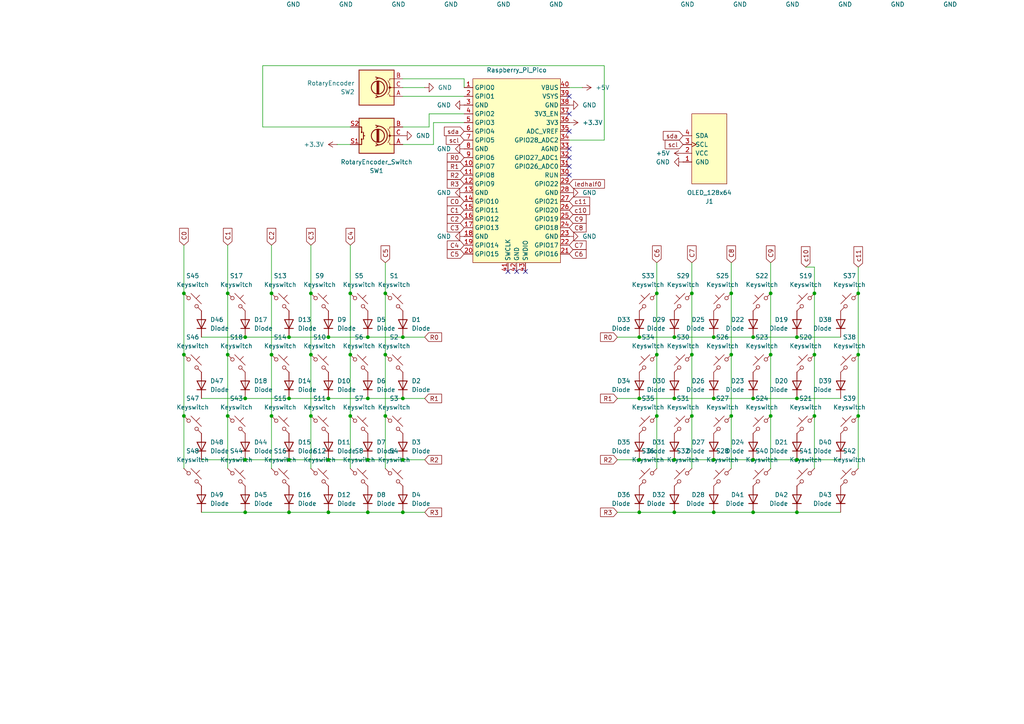
<source format=kicad_sch>
(kicad_sch (version 20250114) (generator "eeschema") (generator_version "9.0")
  (paper "A4")
  (junction (at 207.01 97.79))
  (junction (at 212.09 102.87))
  (junction (at 95.25 133.35))
  (junction (at 71.12 148.59))
  (junction (at 106.68 115.57))
  (junction (at 111.76 102.87))
  (junction (at 71.12 115.57))
  (junction (at 218.44 97.79))
  (junction (at 195.58 97.79))
  (junction (at 83.82 115.57))
  (junction (at 101.6 102.87))
  (junction (at 83.82 148.59))
  (junction (at 190.5 120.65))
  (junction (at 95.25 148.59))
  (junction (at 90.17 102.87))
  (junction (at 190.5 85.09))
  (junction (at 83.82 133.35))
  (junction (at 111.76 85.09))
  (junction (at 223.52 120.65))
  (junction (at 78.74 85.09))
  (junction (at 248.92 102.87))
  (junction (at 90.17 120.65))
  (junction (at 248.92 85.09))
  (junction (at 207.01 148.59))
  (junction (at 231.14 148.59))
  (junction (at 212.09 85.09))
  (junction (at 53.34 102.87))
  (junction (at 53.34 85.09))
  (junction (at 95.25 97.79))
  (junction (at 218.44 115.57))
  (junction (at 231.14 97.79))
  (junction (at 207.01 115.57))
  (junction (at 116.84 97.79))
  (junction (at 200.66 102.87))
  (junction (at 83.82 97.79))
  (junction (at 111.76 120.65))
  (junction (at 78.74 120.65))
  (junction (at 195.58 115.57))
  (junction (at 71.12 133.35))
  (junction (at 218.44 133.35))
  (junction (at 106.68 148.59))
  (junction (at 90.17 85.09))
  (junction (at 71.12 97.79))
  (junction (at 190.5 102.87))
  (junction (at 185.42 115.57))
  (junction (at 231.14 133.35))
  (junction (at 66.04 102.87))
  (junction (at 116.84 133.35))
  (junction (at 200.66 120.65))
  (junction (at 231.14 115.57))
  (junction (at 223.52 85.09))
  (junction (at 236.22 85.09))
  (junction (at 66.04 120.65))
  (junction (at 116.84 148.59))
  (junction (at 116.84 115.57))
  (junction (at 236.22 102.87))
  (junction (at 195.58 148.59))
  (junction (at 185.42 97.79))
  (junction (at 207.01 133.35))
  (junction (at 185.42 133.35))
  (junction (at 78.74 102.87))
  (junction (at 200.66 85.09))
  (junction (at 248.92 120.65))
  (junction (at 185.42 148.59))
  (junction (at 106.68 97.79))
  (junction (at 218.44 148.59))
  (junction (at 101.6 85.09))
  (junction (at 195.58 133.35))
  (junction (at 223.52 102.87))
  (junction (at 101.6 120.65))
  (junction (at 212.09 120.65))
  (junction (at 53.34 120.65))
  (junction (at 66.04 85.09))
  (junction (at 95.25 115.57))
  (junction (at 106.68 133.35))
  (junction (at 236.22 120.65))
  (no_connect (at 165.1 48.26))
  (no_connect (at 165.1 50.8))
  (no_connect (at 165.1 33.02))
  (no_connect (at 149.86 78.74))
  (no_connect (at 191.77 -12.7))
  (no_connect (at 147.32 78.74))
  (no_connect (at 165.1 45.72))
  (no_connect (at 165.1 38.1))
  (no_connect (at 165.1 27.94))
  (no_connect (at 152.4 78.74))
  (no_connect (at 165.1 43.18))
  (wire (pts (xy 123.19 25.4) (xy 116.84 25.4)))
  (wire (pts (xy 71.12 133.35) (xy 83.82 133.35)))
  (wire (pts (xy 248.92 85.09) (xy 248.92 102.87)))
  (wire (pts (xy 195.58 148.59) (xy 185.42 148.59)))
  (wire (pts (xy 236.22 85.09) (xy 236.22 102.87)))
  (wire (pts (xy 223.52 85.09) (xy 223.52 102.87)))
  (wire (pts (xy 90.17 102.87) (xy 90.17 120.65)))
  (wire (pts (xy 212.09 76.2) (xy 212.09 85.09)))
  (wire (pts (xy 212.09 102.87) (xy 212.09 120.65)))
  (wire (pts (xy 223.52 120.65) (xy 223.52 135.89)))
  (wire (pts (xy 185.42 148.59) (xy 179.07 148.59)))
  (wire (pts (xy 134.62 22.86) (xy 134.62 25.4)))
  (wire (pts (xy 195.58 97.79) (xy 185.42 97.79)))
  (wire (pts (xy 185.42 115.57) (xy 179.07 115.57)))
  (wire (pts (xy 78.74 71.12) (xy 78.74 85.09)))
  (wire (pts (xy 53.34 120.65) (xy 53.34 135.89)))
  (wire (pts (xy 190.5 85.09) (xy 190.5 102.87)))
  (wire (pts (xy 191.77 -71.12) (xy 191.77 -41.91)))
  (wire (pts (xy 73.66 -38.1) (xy 73.66 -16.51)))
  (wire (pts (xy 124.46 36.83) (xy 124.46 33.02)))
  (wire (pts (xy 71.12 148.59) (xy 58.42 148.59)))
  (wire (pts (xy 74.93 -12.7) (xy 74.93 -16.51)))
  (wire (pts (xy 77.47 -38.1) (xy 77.47 -41.91)))
  (wire (pts (xy 73.66 -16.51) (xy 74.93 -16.51)))
  (wire (pts (xy 236.22 102.87) (xy 236.22 120.65)))
  (wire (pts (xy 95.25 148.59) (xy 83.82 148.59)))
  (wire (pts (xy 66.04 102.87) (xy 66.04 120.65)))
  (wire (pts (xy 124.46 33.02) (xy 134.62 33.02)))
  (wire (pts (xy 207.01 97.79) (xy 195.58 97.79)))
  (wire (pts (xy 83.82 133.35) (xy 95.25 133.35)))
  (wire (pts (xy 218.44 115.57) (xy 207.01 115.57)))
  (wire (pts (xy 248.92 120.65) (xy 248.92 135.89)))
  (wire (pts (xy 111.76 85.09) (xy 111.76 102.87)))
  (wire (pts (xy 74.93 -12.7) (xy 77.47 -12.7)))
  (wire (pts (xy 195.58 133.35) (xy 185.42 133.35)))
  (wire (pts (xy 200.66 102.87) (xy 200.66 120.65)))
  (wire (pts (xy 101.6 120.65) (xy 101.6 135.89)))
  (wire (pts (xy 83.82 97.79) (xy 95.25 97.79)))
  (wire (pts (xy 190.5 102.87) (xy 190.5 120.65)))
  (wire (pts (xy 116.84 36.83) (xy 124.46 36.83)))
  (wire (pts (xy 243.84 97.79) (xy 231.14 97.79)))
  (wire (pts (xy 175.26 19.05) (xy 175.26 40.64)))
  (wire (pts (xy 66.04 85.09) (xy 66.04 102.87)))
  (wire (pts (xy 212.09 85.09) (xy 212.09 102.87)))
  (wire (pts (xy 116.84 133.35) (xy 123.19 133.35)))
  (wire (pts (xy 283.21 -41.91) (xy 283.21 -12.7)))
  (wire (pts (xy 66.04 71.12) (xy 66.04 85.09)))
  (wire (pts (xy 71.12 115.57) (xy 83.82 115.57)))
  (wire (pts (xy 95.25 133.35) (xy 106.68 133.35)))
  (wire (pts (xy 177.8 -12.7) (xy 168.91 -12.7)))
  (wire (pts (xy 116.84 148.59) (xy 123.19 148.59)))
  (wire (pts (xy 223.52 76.2) (xy 223.52 85.09)))
  (wire (pts (xy 111.76 120.65) (xy 111.76 135.89)))
  (wire (pts (xy 83.82 115.57) (xy 95.25 115.57)))
  (wire (pts (xy 78.74 85.09) (xy 78.74 102.87)))
  (wire (pts (xy 58.42 115.57) (xy 71.12 115.57)))
  (wire (pts (xy 97.79 41.91) (xy 101.6 41.91)))
  (wire (pts (xy 116.84 97.79) (xy 123.19 97.79)))
  (wire (pts (xy 231.14 115.57) (xy 218.44 115.57)))
  (wire (pts (xy 200.66 120.65) (xy 200.66 135.89)))
  (wire (pts (xy 283.21 -101.6) (xy 283.21 -71.12)))
  (wire (pts (xy 101.6 36.83) (xy 76.2 36.83)))
  (wire (pts (xy 177.8 -101.6) (xy 177.8 -12.7)))
  (wire (pts (xy 78.74 102.87) (xy 78.74 120.65)))
  (wire (pts (xy 248.92 102.87) (xy 248.92 120.65)))
  (wire (pts (xy 161.29 -63.5) (xy 161.29 -64.77)))
  (wire (pts (xy 190.5 120.65) (xy 190.5 135.89)))
  (wire (pts (xy 125.73 41.91) (xy 125.73 35.56)))
  (wire (pts (xy 233.68 77.47) (xy 236.22 77.47)))
  (wire (pts (xy 116.84 27.94) (xy 134.62 27.94)))
  (wire (pts (xy 101.6 102.87) (xy 101.6 120.65)))
  (wire (pts (xy 90.17 120.65) (xy 90.17 135.89)))
  (wire (pts (xy 185.42 133.35) (xy 179.07 133.35)))
  (wire (pts (xy 106.68 148.59) (xy 116.84 148.59)))
  (wire (pts (xy 76.2 19.05) (xy 175.26 19.05)))
  (wire (pts (xy 106.68 97.79) (xy 116.84 97.79)))
  (wire (pts (xy 58.42 133.35) (xy 71.12 133.35)))
  (wire (pts (xy 231.14 133.35) (xy 218.44 133.35)))
  (wire (pts (xy 53.34 85.09) (xy 53.34 102.87)))
  (wire (pts (xy 190.5 76.2) (xy 190.5 85.09)))
  (wire (pts (xy 111.76 76.2) (xy 111.76 85.09)))
  (wire (pts (xy 58.42 97.79) (xy 71.12 97.79)))
  (wire (pts (xy 71.12 97.79) (xy 83.82 97.79)))
  (wire (pts (xy 236.22 77.47) (xy 236.22 85.09)))
  (wire (pts (xy 236.22 120.65) (xy 236.22 135.89)))
  (wire (pts (xy 207.01 115.57) (xy 195.58 115.57)))
  (wire (pts (xy 106.68 133.35) (xy 116.84 133.35)))
  (wire (pts (xy 175.26 40.64) (xy 165.1 40.64)))
  (wire (pts (xy 243.84 115.57) (xy 231.14 115.57)))
  (wire (pts (xy 95.25 115.57) (xy 106.68 115.57)))
  (wire (pts (xy 200.66 85.09) (xy 200.66 102.87)))
  (wire (pts (xy 200.66 76.2) (xy 200.66 85.09)))
  (wire (pts (xy 53.34 102.87) (xy 53.34 120.65)))
  (wire (pts (xy 53.34 71.12) (xy 53.34 85.09)))
  (wire (pts (xy 231.14 148.59) (xy 243.84 148.59)))
  (wire (pts (xy 95.25 148.59) (xy 106.68 148.59)))
  (wire (pts (xy 116.84 115.57) (xy 123.19 115.57)))
  (wire (pts (xy 177.8 -101.6) (xy 191.77 -101.6)))
  (wire (pts (xy 116.84 41.91) (xy 125.73 41.91)))
  (wire (pts (xy 111.76 102.87) (xy 111.76 120.65)))
  (wire (pts (xy 101.6 71.12) (xy 101.6 85.09)))
  (wire (pts (xy 95.25 97.79) (xy 106.68 97.79)))
  (wire (pts (xy 218.44 97.79) (xy 207.01 97.79)))
  (wire (pts (xy 243.84 133.35) (xy 231.14 133.35)))
  (wire (pts (xy 195.58 115.57) (xy 185.42 115.57)))
  (wire (pts (xy 248.92 77.47) (xy 248.92 85.09)))
  (wire (pts (xy 207.01 148.59) (xy 195.58 148.59)))
  (wire (pts (xy 78.74 120.65) (xy 78.74 135.89)))
  (wire (pts (xy 66.04 120.65) (xy 66.04 135.89)))
  (wire (pts (xy 90.17 71.12) (xy 90.17 85.09)))
  (wire (pts (xy 218.44 148.59) (xy 231.14 148.59)))
  (wire (pts (xy 231.14 97.79) (xy 218.44 97.79)))
  (wire (pts (xy 77.47 -102.87) (xy 77.47 -72.39)))
  (wire (pts (xy 116.84 22.86) (xy 134.62 22.86)))
  (wire (pts (xy 185.42 97.79) (xy 179.07 97.79)))
  (wire (pts (xy 106.68 115.57) (xy 116.84 115.57)))
  (wire (pts (xy 223.52 102.87) (xy 223.52 120.65)))
  (wire (pts (xy 218.44 133.35) (xy 207.01 133.35)))
  (wire (pts (xy 207.01 148.59) (xy 218.44 148.59)))
  (wire (pts (xy 73.66 -38.1) (xy 77.47 -38.1)))
  (wire (pts (xy 207.01 133.35) (xy 195.58 133.35)))
  (wire (pts (xy 168.91 -72.39) (xy 168.91 -41.91)))
  (wire (pts (xy 212.09 120.65) (xy 212.09 135.89)))
  (wire (pts (xy 83.82 148.59) (xy 71.12 148.59)))
  (wire (pts (xy 76.2 36.83) (xy 76.2 19.05)))
  (wire (pts (xy 125.73 35.56) (xy 134.62 35.56)))
  (wire (pts (xy 90.17 85.09) (xy 90.17 102.87)))
  (wire (pts (xy 101.6 85.09) (xy 101.6 102.87)))
  (wire (pts (xy 168.91 25.4) (xy 165.1 25.4)))
  (global_label "R0" (shape input) (at 134.62 45.72 180) (property "Intersheetrefs" "${INTERSHEET_REFS}" (effects (hide yes))))
  (global_label "scl" (shape input) (at 198.12 41.91 180) (property "Intersheetrefs" "${INTERSHEET_REFS}" (effects (hide yes))))
  (global_label "sda" (shape input) (at 134.62 38.1 180) (property "Intersheetrefs" "${INTERSHEET_REFS}" (effects (hide yes))))
  (global_label "c10" (shape input) (at 233.68 77.47 90) (property "Intersheetrefs" "${INTERSHEET_REFS}" (effects (hide yes))))
  (global_label "C5" (shape input) (at 134.62 73.66 180) (property "Intersheetrefs" "${INTERSHEET_REFS}" (effects (hide yes))))
  (global_label "c10" (shape input) (at 165.1 60.96 0) (property "Intersheetrefs" "${INTERSHEET_REFS}" (effects (hide yes))))
  (global_label "c11" (shape input) (at 248.92 77.47 90) (property "Intersheetrefs" "${INTERSHEET_REFS}" (effects (hide yes))))
  (global_label "R1" (shape input) (at 179.07 115.57 180) (property "Intersheetrefs" "${INTERSHEET_REFS}" (effects (hide yes))))
  (global_label "C1" (shape input) (at 66.04 71.12 90) (property "Intersheetrefs" "${INTERSHEET_REFS}" (effects (hide yes))))
  (global_label "C8" (shape input) (at 165.1 66.04 0) (property "Intersheetrefs" "${INTERSHEET_REFS}" (effects (hide yes))))
  (global_label "c11" (shape input) (at 165.1 58.42 0) (property "Intersheetrefs" "${INTERSHEET_REFS}" (effects (hide yes))))
  (global_label "C9" (shape input) (at 223.52 76.2 90) (property "Intersheetrefs" "${INTERSHEET_REFS}" (effects (hide yes))))
  (global_label "R0" (shape input) (at 123.19 97.79 0) (property "Intersheetrefs" "${INTERSHEET_REFS}" (effects (hide yes))))
  (global_label "C2" (shape input) (at 78.74 71.12 90) (property "Intersheetrefs" "${INTERSHEET_REFS}" (effects (hide yes))))
  (global_label "scl" (shape input) (at 134.62 40.64 180) (property "Intersheetrefs" "${INTERSHEET_REFS}" (effects (hide yes))))
  (global_label "R3" (shape input) (at 134.62 53.34 180) (property "Intersheetrefs" "${INTERSHEET_REFS}" (effects (hide yes))))
  (global_label "R3" (shape input) (at 123.19 148.59 0) (property "Intersheetrefs" "${INTERSHEET_REFS}" (effects (hide yes))))
  (global_label "R3" (shape input) (at 179.07 148.59 180) (property "Intersheetrefs" "${INTERSHEET_REFS}" (effects (hide yes))))
  (global_label "C6" (shape input) (at 190.5 76.2 90) (property "Intersheetrefs" "${INTERSHEET_REFS}" (effects (hide yes))))
  (global_label "C5" (shape input) (at 111.76 76.2 90) (property "Intersheetrefs" "${INTERSHEET_REFS}" (effects (hide yes))))
  (global_label "R2" (shape input) (at 123.19 133.35 0) (property "Intersheetrefs" "${INTERSHEET_REFS}" (effects (hide yes))))
  (global_label "R1" (shape input) (at 123.19 115.57 0) (property "Intersheetrefs" "${INTERSHEET_REFS}" (effects (hide yes))))
  (global_label "C6" (shape input) (at 165.1 73.66 0) (property "Intersheetrefs" "${INTERSHEET_REFS}" (effects (hide yes))))
  (global_label "C9" (shape input) (at 165.1 63.5 0) (property "Intersheetrefs" "${INTERSHEET_REFS}" (effects (hide yes))))
  (global_label "ledhalf0" (shape input) (at 168.91 -102.87 0) (property "Intersheetrefs" "${INTERSHEET_REFS}" (effects (hide yes))))
  (global_label "R2" (shape input) (at 179.07 133.35 180) (property "Intersheetrefs" "${INTERSHEET_REFS}" (effects (hide yes))))
  (global_label "C0" (shape input) (at 53.34 71.12 90) (property "Intersheetrefs" "${INTERSHEET_REFS}" (effects (hide yes))))
  (global_label "C3" (shape input) (at 90.17 71.12 90) (property "Intersheetrefs" "${INTERSHEET_REFS}" (effects (hide yes))))
  (global_label "R2" (shape input) (at 134.62 50.8 180) (property "Intersheetrefs" "${INTERSHEET_REFS}" (effects (hide yes))))
  (global_label "C4" (shape input) (at 101.6 71.12 90) (property "Intersheetrefs" "${INTERSHEET_REFS}" (effects (hide yes))))
  (global_label "sda" (shape input) (at 198.12 39.37 180) (property "Intersheetrefs" "${INTERSHEET_REFS}" (effects (hide yes))))
  (global_label "C7" (shape input) (at 165.1 71.12 0) (property "Intersheetrefs" "${INTERSHEET_REFS}" (effects (hide yes))))
  (global_label "C4" (shape input) (at 134.62 71.12 180) (property "Intersheetrefs" "${INTERSHEET_REFS}" (effects (hide yes))))
  (global_label "C8" (shape input) (at 212.09 76.2 90) (property "Intersheetrefs" "${INTERSHEET_REFS}" (effects (hide yes))))
  (global_label "C3" (shape input) (at 134.62 66.04 180) (property "Intersheetrefs" "${INTERSHEET_REFS}" (effects (hide yes))))
  (global_label "R0" (shape input) (at 179.07 97.79 180) (property "Intersheetrefs" "${INTERSHEET_REFS}" (effects (hide yes))))
  (global_label "C7" (shape input) (at 200.66 76.2 90) (property "Intersheetrefs" "${INTERSHEET_REFS}" (effects (hide yes))))
  (global_label "R1" (shape input) (at 134.62 48.26 180) (property "Intersheetrefs" "${INTERSHEET_REFS}" (effects (hide yes))))
  (global_label "C2" (shape input) (at 134.62 63.5 180) (property "Intersheetrefs" "${INTERSHEET_REFS}" (effects (hide yes))))
  (global_label "ledhalf0" (shape input) (at 165.1 53.34 0) (property "Intersheetrefs" "${INTERSHEET_REFS}" (effects (hide yes))))
  (global_label "C0" (shape input) (at 134.62 58.42 180) (property "Intersheetrefs" "${INTERSHEET_REFS}" (effects (hide yes))))
  (global_label "C1" (shape input) (at 134.62 60.96 180) (property "Intersheetrefs" "${INTERSHEET_REFS}" (effects (hide yes))))
  (symbol (lib_id "power:GND") (at 275.59 -5.08 0) (unit 1)
    (property "Reference" "#PWR021" (effects (hide yes)))
    (property "Value" "GND" (at 275.59 1.27 0))
    (property "Description" "Power symbol creates a global label with name \"GND\" , ground" (effects (hide yes)))
  )
  (symbol (lib_id "ScottoKeebs:Placeholder_Keyswitch") (at 114.3 138.43 0) (unit 1)
    (property "Reference" "S4" (at 114.3 130.81 0))
    (property "Value" "Keyswitch" (at 114.3 133.35 0))
    (property "Footprint" "mx_keebs:MX_PCB_1.00u" (effects (hide yes)))
    (property "Description" "Push button switch, normally open, two pins, 45° tilted" (effects (hide yes)))
  )
  (symbol (lib_id "power:+5V") (at 199.39 -20.32 0) (unit 1)
    (property "Reference" "#PWR093" (effects (hide yes)))
    (property "Value" "+5V" (at 199.39 -24.13 0))
    (property "Description" "Power symbol creates a global label with name \"+5V\"" (effects (hide yes)))
  )
  (symbol (lib_id "ScottoKeebs:Placeholder_Diode") (at 185.42 93.98 270) (mirror x) (unit 1)
    (property "Reference" "D33" (at 182.88 92.7099 90) (effects (justify right)))
    (property "Value" "Diode" (at 182.88 95.2499 90) (effects (justify right)))
    (property "Footprint" "scotto_components:Diode_DO-35" (effects (hide yes)))
    (property "Description" "1N4148 (DO-35) or 1N4148W (SOD-123)" (effects (hide yes)))
    (property "Sim.Device" "D" (effects (hide yes)))
    (property "Sim.Pins" "1=K 2=A" (effects (hide yes)))
  )
  (symbol (lib_id "ScottoKeebs:LED_SK6812MINI") (at 245.11 -41.91 0) (unit 1)
    (property "Reference" "D88" (at 259.08 -48.2286 0))
    (property "Value" "LED_SK6812MINI" (at 259.08 -45.6886 0))
    (property "Footprint" "scotto_components:LED_SK6812MINI" (effects (hide yes)))
    (property "Datasheet" "https://cdn-shop.adafruit.com/product-files/2686/SK6812MINI_REV.01-1-2.pdf" (effects (hide yes)))
    (property "Description" "RGB LED with integrated controller" (effects (hide yes)))
  )
  (symbol (lib_id "ScottoKeebs:Placeholder_Diode") (at 58.42 129.54 90) (unit 1)
    (property "Reference" "D48" (at 60.96 128.2699 90) (effects (justify right)))
    (property "Value" "Diode" (at 60.96 130.8099 90) (effects (justify right)))
    (property "Footprint" "scotto_components:Diode_DO-35" (effects (hide yes)))
    (property "Description" "1N4148 (DO-35) or 1N4148W (SOD-123)" (effects (hide yes)))
    (property "Sim.Device" "D" (effects (hide yes)))
    (property "Sim.Pins" "1=K 2=A" (effects (hide yes)))
  )
  (symbol (lib_id "power:GND") (at 165.1 30.48 90) (unit 1)
    (property "Reference" "#PWR05" (effects (hide yes)))
    (property "Value" "GND" (at 168.91 30.4799 90) (effects (justify right)))
    (property "Description" "Power symbol creates a global label with name \"GND\" , ground" (effects (hide yes)))
  )
  (symbol (lib_id "ScottoKeebs:MCU_Raspberry_Pi_Pico") (at 149.86 49.53 0) (unit 1)
    (property "Reference" "U1" (at 149.86 -3.81 0))
    (property "Value" "Raspberry_Pi_Pico" (at 149.86 20.32 0))
    (property "Footprint" "ScottoKeebs_MCU:Raspberry_Pi_Pico" (effects (hide yes)))
  )
  (symbol (lib_id "power:GND") (at 214.63 -5.08 0) (unit 1)
    (property "Reference" "#PWR017" (effects (hide yes)))
    (property "Value" "GND" (at 214.63 1.27 0))
    (property "Description" "Power symbol creates a global label with name \"GND\" , ground" (effects (hide yes)))
  )
  (symbol (lib_id "ScottoKeebs:Placeholder_Diode") (at 195.58 144.78 270) (mirror x) (unit 1)
    (property "Reference" "D32" (at 193.04 143.5099 90) (effects (justify right)))
    (property "Value" "Diode" (at 193.04 146.0499 90) (effects (justify right)))
    (property "Footprint" "scotto_components:Diode_DO-35" (effects (hide yes)))
    (property "Description" "1N4148 (DO-35) or 1N4148W (SOD-123)" (effects (hide yes)))
    (property "Sim.Device" "D" (effects (hide yes)))
    (property "Sim.Pins" "1=K 2=A" (effects (hide yes)))
  )
  (symbol (lib_id "ScottoKeebs:Placeholder_Keyswitch") (at 220.98 123.19 0) (mirror y) (unit 1)
    (property "Reference" "S24" (at 220.98 115.57 0))
    (property "Value" "Keyswitch" (at 220.98 118.11 0))
    (property "Footprint" "mx_keebs:MX_PCB_1.00u" (effects (hide yes)))
    (property "Description" "Push button switch, normally open, two pins, 45° tilted" (effects (hide yes)))
  )
  (symbol (lib_id "power:+5V") (at 161.29 -49.53 0) (mirror y) (unit 1)
    (property "Reference" "#PWR062" (effects (hide yes)))
    (property "Value" "+5V" (at 161.29 -53.34 0))
    (property "Description" "Power symbol creates a global label with name \"+5V\"" (effects (hide yes)))
  )
  (symbol (lib_id "power:GND") (at 85.09 -5.08 0) (mirror y) (unit 1)
    (property "Reference" "#PWR015" (effects (hide yes)))
    (property "Value" "GND" (at 85.09 1.27 0))
    (property "Description" "Power symbol creates a global label with name \"GND\" , ground" (effects (hide yes)))
  )
  (symbol (lib_id "ScottoKeebs:Placeholder_Diode") (at 95.25 129.54 90) (unit 1)
    (property "Reference" "D11" (at 97.79 128.2699 90) (effects (justify right)))
    (property "Value" "Diode" (at 97.79 130.8099 90) (effects (justify right)))
    (property "Footprint" "scotto_components:Diode_DO-35" (effects (hide yes)))
    (property "Description" "1N4148 (DO-35) or 1N4148W (SOD-123)" (effects (hide yes)))
    (property "Sim.Device" "D" (effects (hide yes)))
    (property "Sim.Pins" "1=K 2=A" (effects (hide yes)))
  )
  (symbol (lib_id "ScottoKeebs:Placeholder_Keyswitch") (at 81.28 87.63 0) (unit 1)
    (property "Reference" "S13" (at 81.28 80.01 0))
    (property "Value" "Keyswitch" (at 81.28 82.55 0))
    (property "Footprint" "mx_keebs:MX_PCB_1.00u" (effects (hide yes)))
    (property "Description" "Push button switch, normally open, two pins, 45° tilted" (effects (hide yes)))
  )
  (symbol (lib_id "ScottoKeebs:Placeholder_Diode") (at 95.25 144.78 90) (unit 1)
    (property "Reference" "D12" (at 97.79 143.5099 90) (effects (justify right)))
    (property "Value" "Diode" (at 97.79 146.0499 90) (effects (justify right)))
    (property "Footprint" "scotto_components:Diode_DO-35" (effects (hide yes)))
    (property "Description" "1N4148 (DO-35) or 1N4148W (SOD-123)" (effects (hide yes)))
    (property "Sim.Device" "D" (effects (hide yes)))
    (property "Sim.Pins" "1=K 2=A" (effects (hide yes)))
  )
  (symbol (lib_id "ScottoKeebs:Placeholder_Keyswitch") (at 92.71 105.41 0) (unit 1)
    (property "Reference" "S10" (at 92.71 97.79 0))
    (property "Value" "Keyswitch" (at 92.71 100.33 0))
    (property "Footprint" "mx_keebs:MX_PCB_1.00u" (effects (hide yes)))
    (property "Description" "Push button switch, normally open, two pins, 45° tilted" (effects (hide yes)))
  )
  (symbol (lib_id "power:GND") (at 100.33 -5.08 0) (mirror y) (unit 1)
    (property "Reference" "#PWR014" (effects (hide yes)))
    (property "Value" "GND" (at 100.33 1.27 0))
    (property "Description" "Power symbol creates a global label with name \"GND\" , ground" (effects (hide yes)))
  )
  (symbol (lib_id "power:GND") (at 146.05 -34.29 0) (mirror y) (unit 1)
    (property "Reference" "#PWR067" (effects (hide yes)))
    (property "Value" "GND" (at 146.05 -27.94 0))
    (property "Description" "Power symbol creates a global label with name \"GND\" , ground" (effects (hide yes)))
  )
  (symbol (lib_id "power:GND") (at 214.63 -63.5 0) (unit 1)
    (property "Reference" "#PWR0100" (effects (hide yes)))
    (property "Value" "GND" (at 214.63 -57.15 0))
    (property "Description" "Power symbol creates a global label with name \"GND\" , ground" (effects (hide yes)))
  )
  (symbol (lib_id "power:+5V") (at 168.91 25.4 270) (unit 1)
    (property "Reference" "#PWR023" (effects (hide yes)))
    (property "Value" "+5V" (at 172.72 25.3999 90) (effects (justify left)))
    (property "Description" "Power symbol creates a global label with name \"+5V\"" (effects (hide yes)))
  )
  (symbol (lib_id "ScottoKeebs:Placeholder_Diode") (at 83.82 129.54 90) (unit 1)
    (property "Reference" "D15" (at 86.36 128.2699 90) (effects (justify right)))
    (property "Value" "Diode" (at 86.36 130.8099 90) (effects (justify right)))
    (property "Footprint" "scotto_components:Diode_DO-35" (effects (hide yes)))
    (property "Description" "1N4148 (DO-35) or 1N4148W (SOD-123)" (effects (hide yes)))
    (property "Sim.Device" "D" (effects (hide yes)))
    (property "Sim.Pins" "1=K 2=A" (effects (hide yes)))
  )
  (symbol (lib_id "power:+5V") (at 245.11 -109.22 0) (unit 1)
    (property "Reference" "#PWR034" (effects (hide yes)))
    (property "Value" "+5V" (at 245.11 -113.03 0))
    (property "Description" "Power symbol creates a global label with name \"+5V\"" (effects (hide yes)))
  )
  (symbol (lib_id "power:+5V") (at 245.11 -20.32 0) (unit 1)
    (property "Reference" "#PWR096" (effects (hide yes)))
    (property "Value" "+5V" (at 245.11 -24.13 0))
    (property "Description" "Power symbol creates a global label with name \"+5V\"" (effects (hide yes)))
  )
  (symbol (lib_id "ScottoKeebs:LED_SK6812MINI") (at 85.09 -102.87 0) (mirror y) (unit 1)
    (property "Reference" "D55" (at 71.12 -109.1886 0))
    (property "Value" "LED_SK6812MINI" (at 71.12 -106.6486 0))
    (property "Footprint" "scotto_components:LED_SK6812MINI" (effects (hide yes)))
    (property "Datasheet" "https://cdn-shop.adafruit.com/product-files/2686/SK6812MINI_REV.01-1-2.pdf" (effects (hide yes)))
    (property "Description" "RGB LED with integrated controller" (effects (hide yes)))
  )
  (symbol (lib_id "ScottoKeebs:LED_SK6812MINI") (at 146.05 -41.91 0) (mirror y) (unit 1)
    (property "Reference" "D70" (at 132.08 -48.2286 0))
    (property "Value" "LED_SK6812MINI" (at 132.08 -45.6886 0))
    (property "Footprint" "scotto_components:LED_SK6812MINI" (effects (hide yes)))
    (property "Datasheet" "https://cdn-shop.adafruit.com/product-files/2686/SK6812MINI_REV.01-1-2.pdf" (effects (hide yes)))
    (property "Description" "RGB LED with integrated controller" (effects (hide yes)))
  )
  (symbol (lib_id "power:+5V") (at 229.87 -20.32 0) (unit 1)
    (property "Reference" "#PWR095" (effects (hide yes)))
    (property "Value" "+5V" (at 229.87 -24.13 0))
    (property "Description" "Power symbol creates a global label with name \"+5V\"" (effects (hide yes)))
  )
  (symbol (lib_id "power:GND") (at 161.29 -63.5 0) (unit 1)
    (property "Reference" "#PWR056" (effects (hide yes)))
    (property "Value" "GND" (at 161.29 -57.15 0))
    (property "Description" "Power symbol creates a global label with name \"GND\" , ground" (effects (hide yes)))
  )
  (symbol (lib_id "power:+5V") (at 100.33 -80.01 0) (mirror y) (unit 1)
    (property "Reference" "#PWR046" (effects (hide yes)))
    (property "Value" "+5V" (at 100.33 -83.82 0))
    (property "Description" "Power symbol creates a global label with name \"+5V\"" (effects (hide yes)))
  )
  (symbol (lib_id "power:GND") (at 199.39 -34.29 0) (unit 1)
    (property "Reference" "#PWR0105" (effects (hide yes)))
    (property "Value" "GND" (at 199.39 -27.94 0))
    (property "Description" "Power symbol creates a global label with name \"GND\" , ground" (effects (hide yes)))
  )
  (symbol (lib_id "ScottoKeebs:Placeholder_Diode") (at 95.25 93.98 90) (unit 1)
    (property "Reference" "D9" (at 97.79 92.7099 90) (effects (justify right)))
    (property "Value" "Diode" (at 97.79 95.2499 90) (effects (justify right)))
    (property "Footprint" "scotto_components:Diode_DO-35" (effects (hide yes)))
    (property "Description" "1N4148 (DO-35) or 1N4148W (SOD-123)" (effects (hide yes)))
    (property "Sim.Device" "D" (effects (hide yes)))
    (property "Sim.Pins" "1=K 2=A" (effects (hide yes)))
  )
  (symbol (lib_id "power:GND") (at 245.11 -34.29 0) (unit 1)
    (property "Reference" "#PWR0108" (effects (hide yes)))
    (property "Value" "GND" (at 245.11 -27.94 0))
    (property "Description" "Power symbol creates a global label with name \"GND\" , ground" (effects (hide yes)))
  )
  (symbol (lib_id "ScottoKeebs:Placeholder_Diode") (at 116.84 144.78 90) (unit 1)
    (property "Reference" "D4" (at 119.38 143.5099 90) (effects (justify right)))
    (property "Value" "Diode" (at 119.38 146.0499 90) (effects (justify right)))
    (property "Footprint" "scotto_components:Diode_DO-35" (effects (hide yes)))
    (property "Description" "1N4148 (DO-35) or 1N4148W (SOD-123)" (effects (hide yes)))
    (property "Sim.Device" "D" (effects (hide yes)))
    (property "Sim.Pins" "1=K 2=A" (effects (hide yes)))
  )
  (symbol (lib_id "power:+5V") (at 275.59 -20.32 0) (unit 1)
    (property "Reference" "#PWR098" (effects (hide yes)))
    (property "Value" "+5V" (at 275.59 -24.13 0))
    (property "Description" "Power symbol creates a global label with name \"+5V\"" (effects (hide yes)))
  )
  (symbol (lib_id "ScottoKeebs:Placeholder_Diode") (at 195.58 111.76 270) (mirror x) (unit 1)
    (property "Reference" "D30" (at 193.04 110.4899 90) (effects (justify right)))
    (property "Value" "Diode" (at 193.04 113.0299 90) (effects (justify right)))
    (property "Footprint" "scotto_components:Diode_DO-35" (effects (hide yes)))
    (property "Description" "1N4148 (DO-35) or 1N4148W (SOD-123)" (effects (hide yes)))
    (property "Sim.Device" "D" (effects (hide yes)))
    (property "Sim.Pins" "1=K 2=A" (effects (hide yes)))
  )
  (symbol (lib_id "ScottoKeebs:Placeholder_Diode") (at 116.84 129.54 90) (unit 1)
    (property "Reference" "D3" (at 119.38 128.2699 90) (effects (justify right)))
    (property "Value" "Diode" (at 119.38 130.8099 90) (effects (justify right)))
    (property "Footprint" "scotto_components:Diode_DO-35" (effects (hide yes)))
    (property "Description" "1N4148 (DO-35) or 1N4148W (SOD-123)" (effects (hide yes)))
    (property "Sim.Device" "D" (effects (hide yes)))
    (property "Sim.Pins" "1=K 2=A" (effects (hide yes)))
  )
  (symbol (lib_id "ScottoKeebs:Placeholder_Keyswitch") (at 187.96 87.63 0) (mirror y) (unit 1)
    (property "Reference" "S33" (at 187.96 80.01 0))
    (property "Value" "Keyswitch" (at 187.96 82.55 0))
    (property "Footprint" "mx_keebs:MX_PCB_1.00u" (effects (hide yes)))
    (property "Description" "Push button switch, normally open, two pins, 45° tilted" (effects (hide yes)))
  )
  (symbol (lib_id "ScottoKeebs:Placeholder_Diode") (at 231.14 129.54 270) (mirror x) (unit 1)
    (property "Reference" "D21" (at 228.6 128.2699 90) (effects (justify right)))
    (property "Value" "Diode" (at 228.6 130.8099 90) (effects (justify right)))
    (property "Footprint" "scotto_components:Diode_DO-35" (effects (hide yes)))
    (property "Description" "1N4148 (DO-35) or 1N4148W (SOD-123)" (effects (hide yes)))
    (property "Sim.Device" "D" (effects (hide yes)))
    (property "Sim.Pins" "1=K 2=A" (effects (hide yes)))
  )
  (symbol (lib_id "ScottoKeebs:Placeholder_Keyswitch") (at 55.88 138.43 0) (unit 1)
    (property "Reference" "S48" (at 55.88 130.81 0))
    (property "Value" "Keyswitch" (at 55.88 133.35 0))
    (property "Footprint" "mx_keebs:MX_PCB_1.00u" (effects (hide yes)))
    (property "Description" "Push button switch, normally open, two pins, 45° tilted" (effects (hide yes)))
  )
  (symbol (lib_id "ScottoKeebs:Placeholder_Diode") (at 83.82 144.78 90) (unit 1)
    (property "Reference" "D16" (at 86.36 143.5099 90) (effects (justify right)))
    (property "Value" "Diode" (at 86.36 146.0499 90) (effects (justify right)))
    (property "Footprint" "scotto_components:Diode_DO-35" (effects (hide yes)))
    (property "Description" "1N4148 (DO-35) or 1N4148W (SOD-123)" (effects (hide yes)))
    (property "Sim.Device" "D" (effects (hide yes)))
    (property "Sim.Pins" "1=K 2=A" (effects (hide yes)))
  )
  (symbol (lib_id "power:GND") (at 214.63 -93.98 0) (unit 1)
    (property "Reference" "#PWR076" (effects (hide yes)))
    (property "Value" "GND" (at 214.63 -87.63 0))
    (property "Description" "Power symbol creates a global label with name \"GND\" , ground" (effects (hide yes)))
  )
  (symbol (lib_id "ScottoKeebs:Placeholder_Keyswitch") (at 92.71 123.19 0) (unit 1)
    (property "Reference" "S11" (at 92.71 115.57 0))
    (property "Value" "Keyswitch" (at 92.71 118.11 0))
    (property "Footprint" "mx_keebs:MX_PCB_1.00u" (effects (hide yes)))
    (property "Description" "Push button switch, normally open, two pins, 45° tilted" (effects (hide yes)))
  )
  (symbol (lib_id "ScottoKeebs:Placeholder_Keyswitch") (at 104.14 123.19 0) (unit 1)
    (property "Reference" "S7" (at 104.14 115.57 0))
    (property "Value" "Keyswitch" (at 104.14 118.11 0))
    (property "Footprint" "mx_keebs:MX_PCB_1.00u" (effects (hide yes)))
    (property "Description" "Push button switch, normally open, two pins, 45° tilted" (effects (hide yes)))
  )
  (symbol (lib_id "ScottoKeebs:Placeholder_Keyswitch") (at 81.28 105.41 0) (unit 1)
    (property "Reference" "S14" (at 81.28 97.79 0))
    (property "Value" "Keyswitch" (at 81.28 100.33 0))
    (property "Footprint" "mx_keebs:MX_PCB_1.00u" (effects (hide yes)))
    (property "Description" "Push button switch, normally open, two pins, 45° tilted" (effects (hide yes)))
  )
  (symbol (lib_id "power:+5V") (at 115.57 -49.53 0) (mirror y) (unit 1)
    (property "Reference" "#PWR059" (effects (hide yes)))
    (property "Value" "+5V" (at 115.57 -53.34 0))
    (property "Description" "Power symbol creates a global label with name \"+5V\"" (effects (hide yes)))
  )
  (symbol (lib_id "ScottoKeebs:LED_SK6812MINI") (at 130.81 -12.7 0) (unit 1)
    (property "Reference" "D75" (at 144.78 -19.0186 0))
    (property "Value" "LED_SK6812MINI" (at 144.78 -16.4786 0))
    (property "Footprint" "scotto_components:LED_SK6812MINI" (effects (hide yes)))
    (property "Datasheet" "https://cdn-shop.adafruit.com/product-files/2686/SK6812MINI_REV.01-1-2.pdf" (effects (hide yes)))
    (property "Description" "RGB LED with integrated controller" (effects (hide yes)))
  )
  (symbol (lib_id "power:+5V") (at 115.57 -110.49 0) (mirror y) (unit 1)
    (property "Reference" "#PWR028" (effects (hide yes)))
    (property "Value" "+5V" (at 115.57 -114.3 0))
    (property "Description" "Power symbol creates a global label with name \"+5V\"" (effects (hide yes)))
  )
  (symbol (lib_id "power:GND") (at 146.05 -95.25 0) (unit 1)
    (property "Reference" "#PWR043" (effects (hide yes)))
    (property "Value" "GND" (at 146.05 -88.9 0))
    (property "Description" "Power symbol creates a global label with name \"GND\" , ground" (effects (hide yes)))
  )
  (symbol (lib_id "ScottoKeebs:Placeholder_Keyswitch") (at 198.12 105.41 0) (mirror y) (unit 1)
    (property "Reference" "S30" (at 198.12 97.79 0))
    (property "Value" "Keyswitch" (at 198.12 100.33 0))
    (property "Footprint" "mx_keebs:MX_PCB_1.00u" (effects (hide yes)))
    (property "Description" "Push button switch, normally open, two pins, 45° tilted" (effects (hide yes)))
  )
  (symbol (lib_id "power:+5V") (at 198.12 44.45 90) (unit 1)
    (property "Reference" "#PWR024" (effects (hide yes)))
    (property "Value" "+5V" (at 194.31 44.4499 90) (effects (justify left)))
    (property "Description" "Power symbol creates a global label with name \"+5V\"" (effects (hide yes)))
  )
  (symbol (lib_id "ScottoKeebs:LED_SK6812MINI") (at 100.33 -12.7 0) (unit 1)
    (property "Reference" "D71" (at 114.3 -19.0186 0))
    (property "Value" "LED_SK6812MINI" (at 114.3 -16.4786 0))
    (property "Footprint" "scotto_components:LED_SK6812MINI" (effects (hide yes)))
    (property "Datasheet" "https://cdn-shop.adafruit.com/product-files/2686/SK6812MINI_REV.01-1-2.pdf" (effects (hide yes)))
    (property "Description" "RGB LED with integrated controller" (effects (hide yes)))
  )
  (symbol (lib_id "power:+5V") (at 214.63 -49.53 0) (unit 1)
    (property "Reference" "#PWR088" (effects (hide yes)))
    (property "Value" "+5V" (at 214.63 -53.34 0))
    (property "Description" "Power symbol creates a global label with name \"+5V\"" (effects (hide yes)))
  )
  (symbol (lib_id "power:GND") (at 229.87 -93.98 0) (unit 1)
    (property "Reference" "#PWR077" (effects (hide yes)))
    (property "Value" "GND" (at 229.87 -87.63 0))
    (property "Description" "Power symbol creates a global label with name \"GND\" , ground" (effects (hide yes)))
  )
  (symbol (lib_id "power:+5V") (at 146.05 -20.32 0) (mirror y) (unit 1)
    (property "Reference" "#PWR073" (effects (hide yes)))
    (property "Value" "+5V" (at 146.05 -24.13 0))
    (property "Description" "Power symbol creates a global label with name \"+5V\"" (effects (hide yes)))
  )
  (symbol (lib_id "ScottoKeebs:LED_SK6812MINI") (at 245.11 -101.6 0) (unit 1)
    (property "Reference" "D86" (at 259.08 -107.9186 0))
    (property "Value" "LED_SK6812MINI" (at 259.08 -105.3786 0))
    (property "Footprint" "scotto_components:LED_SK6812MINI" (effects (hide yes)))
    (property "Datasheet" "https://cdn-shop.adafruit.com/product-files/2686/SK6812MINI_REV.01-1-2.pdf" (effects (hide yes)))
    (property "Description" "RGB LED with integrated controller" (effects (hide yes)))
  )
  (symbol (lib_id "ScottoKeebs:LED_SK6812MINI") (at 275.59 -101.6 0) (unit 1)
    (property "Reference" "D94" (at 289.56 -107.9186 0))
    (property "Value" "LED_SK6812MINI" (at 289.56 -105.3786 0))
    (property "Footprint" "scotto_components:LED_SK6812MINI" (effects (hide yes)))
    (property "Datasheet" "https://cdn-shop.adafruit.com/product-files/2686/SK6812MINI_REV.01-1-2.pdf" (effects (hide yes)))
    (property "Description" "RGB LED with integrated controller" (effects (hide yes)))
  )
  (symbol (lib_id "ScottoKeebs:LED_SK6812MINI") (at 245.11 -71.12 0) (mirror y) (unit 1)
    (property "Reference" "D87" (at 231.14 -77.4386 0))
    (property "Value" "LED_SK6812MINI" (at 231.14 -74.8986 0))
    (property "Footprint" "scotto_components:LED_SK6812MINI" (effects (hide yes)))
    (property "Datasheet" "https://cdn-shop.adafruit.com/product-files/2686/SK6812MINI_REV.01-1-2.pdf" (effects (hide yes)))
    (property "Description" "RGB LED with integrated controller" (effects (hide yes)))
  )
  (symbol (lib_id "power:+5V") (at 146.05 -110.49 0) (mirror y) (unit 1)
    (property "Reference" "#PWR026" (effects (hide yes)))
    (property "Value" "+5V" (at 146.05 -114.3 0))
    (property "Description" "Power symbol creates a global label with name \"+5V\"" (effects (hide yes)))
  )
  (symbol (lib_id "power:+5V") (at 245.11 -78.74 0) (unit 1)
    (property "Reference" "#PWR084" (effects (hide yes)))
    (property "Value" "+5V" (at 245.11 -82.55 0))
    (property "Description" "Power symbol creates a global label with name \"+5V\"" (effects (hide yes)))
  )
  (symbol (lib_id "ScottoKeebs:LED_SK6812MINI") (at 130.81 -72.39 0) (unit 1)
    (property "Reference" "D65" (at 144.78 -78.7086 0))
    (property "Value" "LED_SK6812MINI" (at 144.78 -76.1686 0))
    (property "Footprint" "scotto_components:LED_SK6812MINI" (effects (hide yes)))
    (property "Datasheet" "https://cdn-shop.adafruit.com/product-files/2686/SK6812MINI_REV.01-1-2.pdf" (effects (hide yes)))
    (property "Description" "RGB LED with integrated controller" (effects (hide yes)))
  )
  (symbol (lib_id "ScottoKeebs:Placeholder_Keyswitch") (at 55.88 105.41 0) (unit 1)
    (property "Reference" "S46" (at 55.88 97.79 0))
    (property "Value" "Keyswitch" (at 55.88 100.33 0))
    (property "Footprint" "mx_keebs:MX_PCB_1.00u" (effects (hide yes)))
    (property "Description" "Push button switch, normally open, two pins, 45° tilted" (effects (hide yes)))
  )
  (symbol (lib_id "power:+5V") (at 115.57 -20.32 0) (mirror y) (unit 1)
    (property "Reference" "#PWR071" (effects (hide yes)))
    (property "Value" "+5V" (at 115.57 -24.13 0))
    (property "Description" "Power symbol creates a global label with name \"+5V\"" (effects (hide yes)))
  )
  (symbol (lib_id "ScottoKeebs:Placeholder_Diode") (at 243.84 111.76 270) (mirror x) (unit 1)
    (property "Reference" "D39" (at 241.3 110.4899 90) (effects (justify right)))
    (property "Value" "Diode" (at 241.3 113.0299 90) (effects (justify right)))
    (property "Footprint" "scotto_components:Diode_DO-35" (effects (hide yes)))
    (property "Description" "1N4148 (DO-35) or 1N4148W (SOD-123)" (effects (hide yes)))
    (property "Sim.Device" "D" (effects (hide yes)))
    (property "Sim.Pins" "1=K 2=A" (effects (hide yes)))
  )
  (symbol (lib_id "power:GND") (at 229.87 -5.08 0) (unit 1)
    (property "Reference" "#PWR018" (effects (hide yes)))
    (property "Value" "GND" (at 229.87 1.27 0))
    (property "Description" "Power symbol creates a global label with name \"GND\" , ground" (effects (hide yes)))
  )
  (symbol (lib_id "power:GND") (at 165.1 55.88 90) (unit 1)
    (property "Reference" "#PWR06" (effects (hide yes)))
    (property "Value" "GND" (at 168.91 55.8799 90) (effects (justify right)))
    (property "Description" "Power symbol creates a global label with name \"GND\" , ground" (effects (hide yes)))
  )
  (symbol (lib_id "power:+5V") (at 130.81 -80.01 0) (mirror y) (unit 1)
    (property "Reference" "#PWR048" (effects (hide yes)))
    (property "Value" "+5V" (at 130.81 -83.82 0))
    (property "Description" "Power symbol creates a global label with name \"+5V\"" (effects (hide yes)))
  )
  (symbol (lib_id "ScottoKeebs:Placeholder_Diode") (at 207.01 129.54 270) (mirror x) (unit 1)
    (property "Reference" "D27" (at 204.47 128.2699 90) (effects (justify right)))
    (property "Value" "Diode" (at 204.47 130.8099 90) (effects (justify right)))
    (property "Footprint" "scotto_components:Diode_DO-35" (effects (hide yes)))
    (property "Description" "1N4148 (DO-35) or 1N4148W (SOD-123)" (effects (hide yes)))
    (property "Sim.Device" "D" (effects (hide yes)))
    (property "Sim.Pins" "1=K 2=A" (effects (hide yes)))
  )
  (symbol (lib_id "ScottoKeebs:Placeholder_Keyswitch") (at 55.88 123.19 0) (unit 1)
    (property "Reference" "S47" (at 55.88 115.57 0))
    (property "Value" "Keyswitch" (at 55.88 118.11 0))
    (property "Footprint" "mx_keebs:MX_PCB_1.00u" (effects (hide yes)))
    (property "Description" "Push button switch, normally open, two pins, 45° tilted" (effects (hide yes)))
  )
  (symbol (lib_id "power:GND") (at 115.57 -34.29 0) (mirror y) (unit 1)
    (property "Reference" "#PWR065" (effects (hide yes)))
    (property "Value" "GND" (at 115.57 -27.94 0))
    (property "Description" "Power symbol creates a global label with name \"GND\" , ground" (effects (hide yes)))
  )
  (symbol (lib_id "ScottoKeebs:Placeholder_Diode") (at 207.01 144.78 270) (mirror x) (unit 1)
    (property "Reference" "D28" (at 204.47 143.5099 90) (effects (justify right)))
    (property "Value" "Diode" (at 204.47 146.0499 90) (effects (justify right)))
    (property "Footprint" "scotto_components:Diode_DO-35" (effects (hide yes)))
    (property "Description" "1N4148 (DO-35) or 1N4148W (SOD-123)" (effects (hide yes)))
    (property "Sim.Device" "D" (effects (hide yes)))
    (property "Sim.Pins" "1=K 2=A" (effects (hide yes)))
  )
  (symbol (lib_id "ScottoKeebs:Placeholder_Diode") (at 106.68 144.78 90) (unit 1)
    (property "Reference" "D8" (at 109.22 143.5099 90) (effects (justify right)))
    (property "Value" "Diode" (at 109.22 146.0499 90) (effects (justify right)))
    (property "Footprint" "scotto_components:Diode_DO-35" (effects (hide yes)))
    (property "Description" "1N4148 (DO-35) or 1N4148W (SOD-123)" (effects (hide yes)))
    (property "Sim.Device" "D" (effects (hide yes)))
    (property "Sim.Pins" "1=K 2=A" (effects (hide yes)))
  )
  (symbol (lib_id "ScottoKeebs:LED_SK6812MINI") (at 115.57 -102.87 0) (mirror y) (unit 1)
    (property "Reference" "D53" (at 101.6 -109.1886 0))
    (property "Value" "LED_SK6812MINI" (at 101.6 -106.6486 0))
    (property "Footprint" "scotto_components:LED_SK6812MINI" (effects (hide yes)))
    (property "Datasheet" "https://cdn-shop.adafruit.com/product-files/2686/SK6812MINI_REV.01-1-2.pdf" (effects (hide yes)))
    (property "Description" "RGB LED with integrated controller" (effects (hide yes)))
  )
  (symbol (lib_id "power:GND") (at 198.12 46.99 270) (unit 1)
    (property "Reference" "#PWR022" (effects (hide yes)))
    (property "Value" "GND" (at 194.31 46.9901 90) (effects (justify right)))
    (property "Description" "Power symbol creates a global label with name \"GND\" , ground" (effects (hide yes)))
  )
  (symbol (lib_id "ScottoKeebs:Placeholder_Diode") (at 185.42 144.78 270) (mirror x) (unit 1)
    (property "Reference" "D36" (at 182.88 143.5099 90) (effects (justify right)))
    (property "Value" "Diode" (at 182.88 146.0499 90) (effects (justify right)))
    (property "Footprint" "scotto_components:Diode_DO-35" (effects (hide yes)))
    (property "Description" "1N4148 (DO-35) or 1N4148W (SOD-123)" (effects (hide yes)))
    (property "Sim.Device" "D" (effects (hide yes)))
    (property "Sim.Pins" "1=K 2=A" (effects (hide yes)))
  )
  (symbol (lib_id "power:+5V") (at 130.81 -49.53 0) (mirror y) (unit 1)
    (property "Reference" "#PWR060" (effects (hide yes)))
    (property "Value" "+5V" (at 130.81 -53.34 0))
    (property "Description" "Power symbol creates a global label with name \"+5V\"" (effects (hide yes)))
  )
  (symbol (lib_id "power:GND") (at 85.09 -34.29 0) (mirror y) (unit 1)
    (property "Reference" "#PWR063" (effects (hide yes)))
    (property "Value" "GND" (at 85.09 -27.94 0))
    (property "Description" "Power symbol creates a global label with name \"GND\" , ground" (effects (hide yes)))
  )
  (symbol (lib_id "ScottoKeebs:LED_SK6812MINI") (at 85.09 -72.39 0) (unit 1)
    (property "Reference" "D62" (at 99.06 -78.7086 0))
    (property "Value" "LED_SK6812MINI" (at 99.06 -76.1686 0))
    (property "Footprint" "scotto_components:LED_SK6812MINI" (effects (hide yes)))
    (property "Datasheet" "https://cdn-shop.adafruit.com/product-files/2686/SK6812MINI_REV.01-1-2.pdf" (effects (hide yes)))
    (property "Description" "RGB LED with integrated controller" (effects (hide yes)))
  )
  (symbol (lib_id "ScottoKeebs:LED_SK6812MINI") (at 214.63 -41.91 0) (unit 1)
    (property "Reference" "D80" (at 228.6 -48.2286 0))
    (property "Value" "LED_SK6812MINI" (at 228.6 -45.6886 0))
    (property "Footprint" "scotto_components:LED_SK6812MINI" (effects (hide yes)))
    (property "Datasheet" "https://cdn-shop.adafruit.com/product-files/2686/SK6812MINI_REV.01-1-2.pdf" (effects (hide yes)))
    (property "Description" "RGB LED with integrated controller" (effects (hide yes)))
  )
  (symbol (lib_id "power:GND") (at 115.57 -64.77 0) (unit 1)
    (property "Reference" "#PWR053" (effects (hide yes)))
    (property "Value" "GND" (at 115.57 -58.42 0))
    (property "Description" "Power symbol creates a global label with name \"GND\" , ground" (effects (hide yes)))
  )
  (symbol (lib_id "ScottoKeebs:LED_SK6812MINI") (at 115.57 -12.7 0) (unit 1)
    (property "Reference" "D73" (at 129.54 -19.0186 0))
    (property "Value" "LED_SK6812MINI" (at 129.54 -16.4786 0))
    (property "Footprint" "scotto_components:LED_SK6812MINI" (effects (hide yes)))
    (property "Datasheet" "https://cdn-shop.adafruit.com/product-files/2686/SK6812MINI_REV.01-1-2.pdf" (effects (hide yes)))
    (property "Description" "RGB LED with integrated controller" (effects (hide yes)))
  )
  (symbol (lib_id "Device:RotaryEncoder") (at 109.22 25.4 180) (unit 1)
    (property "Reference" "SW2" (at 102.87 26.6701 0) (effects (justify left)))
    (property "Value" "RotaryEncoder" (at 102.87 24.1301 0) (effects (justify left)))
    (property "Footprint" "Rotary_Encoder:RotaryEncoder_Bourns_Horizontal_PEC09-2xxxF-Nxxxx" (effects (hide yes)))
    (property "Description" "Rotary encoder, dual channel, incremental quadrate outputs" (effects (hide yes)))
  )
  (symbol (lib_id "ScottoKeebs:Placeholder_Keyswitch") (at 246.38 87.63 0) (mirror y) (unit 1)
    (property "Reference" "S37" (at 246.38 80.01 0))
    (property "Value" "Keyswitch" (at 246.38 82.55 0))
    (property "Footprint" "mx_keebs:MX_PCB_1.00u" (effects (hide yes)))
    (property "Description" "Push button switch, normally open, two pins, 45° tilted" (effects (hide yes)))
  )
  (symbol (lib_id "ScottoKeebs:Placeholder_Keyswitch") (at 220.98 87.63 0) (mirror y) (unit 1)
    (property "Reference" "S22" (at 220.98 80.01 0))
    (property "Value" "Keyswitch" (at 220.98 82.55 0))
    (property "Footprint" "mx_keebs:MX_PCB_1.00u" (effects (hide yes)))
    (property "Description" "Push button switch, normally open, two pins, 45° tilted" (effects (hide yes)))
  )
  (symbol (lib_id "power:+5V") (at 275.59 -49.53 0) (unit 1)
    (property "Reference" "#PWR092" (effects (hide yes)))
    (property "Value" "+5V" (at 275.59 -53.34 0))
    (property "Description" "Power symbol creates a global label with name \"+5V\"" (effects (hide yes)))
  )
  (symbol (lib_id "ScottoKeebs:Placeholder_Keyswitch") (at 246.38 123.19 0) (mirror y) (unit 1)
    (property "Reference" "S39" (at 246.38 115.57 0))
    (property "Value" "Keyswitch" (at 246.38 118.11 0))
    (property "Footprint" "mx_keebs:MX_PCB_1.00u" (effects (hide yes)))
    (property "Description" "Push button switch, normally open, two pins, 45° tilted" (effects (hide yes)))
  )
  (symbol (lib_id "ScottoKeebs:Placeholder_Diode") (at 71.12 129.54 90) (unit 1)
    (property "Reference" "D44" (at 73.66 128.2699 90) (effects (justify right)))
    (property "Value" "Diode" (at 73.66 130.8099 90) (effects (justify right)))
    (property "Footprint" "scotto_components:Diode_DO-35" (effects (hide yes)))
    (property "Description" "1N4148 (DO-35) or 1N4148W (SOD-123)" (effects (hide yes)))
    (property "Sim.Device" "D" (effects (hide yes)))
    (property "Sim.Pins" "1=K 2=A" (effects (hide yes)))
  )
  (symbol (lib_id "power:GND") (at 116.84 39.37 90) (unit 1)
    (property "Reference" "#PWR02" (effects (hide yes)))
    (property "Value" "GND" (at 120.65 39.3699 90) (effects (justify right)))
    (property "Description" "Power symbol creates a global label with name \"GND\" , ground" (effects (hide yes)))
  )
  (symbol (lib_id "ScottoKeebs:Placeholder_Keyswitch") (at 198.12 138.43 0) (mirror y) (unit 1)
    (property "Reference" "S32" (at 198.12 130.81 0))
    (property "Value" "Keyswitch" (at 198.12 133.35 0))
    (property "Footprint" "mx_keebs:MX_PCB_1.00u" (effects (hide yes)))
    (property "Description" "Push button switch, normally open, two pins, 45° tilted" (effects (hide yes)))
  )
  (symbol (lib_id "ScottoKeebs:LED_SK6812MINI") (at 199.39 -71.12 0) (mirror y) (unit 1)
    (property "Reference" "D57" (at 185.42 -77.4386 0))
    (property "Value" "LED_SK6812MINI" (at 185.42 -74.8986 0))
    (property "Footprint" "scotto_components:LED_SK6812MINI" (effects (hide yes)))
    (property "Datasheet" "https://cdn-shop.adafruit.com/product-files/2686/SK6812MINI_REV.01-1-2.pdf" (effects (hide yes)))
    (property "Description" "RGB LED with integrated controller" (effects (hide yes)))
  )
  (symbol (lib_id "ScottoKeebs:Placeholder_Keyswitch") (at 220.98 105.41 0) (mirror y) (unit 1)
    (property "Reference" "S23" (at 220.98 97.79 0))
    (property "Value" "Keyswitch" (at 220.98 100.33 0))
    (property "Footprint" "mx_keebs:MX_PCB_1.00u" (effects (hide yes)))
    (property "Description" "Push button switch, normally open, two pins, 45° tilted" (effects (hide yes)))
  )
  (symbol (lib_id "ScottoKeebs:Placeholder_Keyswitch") (at 81.28 138.43 0) (unit 1)
    (property "Reference" "S16" (at 81.28 130.81 0))
    (property "Value" "Keyswitch" (at 81.28 133.35 0))
    (property "Footprint" "mx_keebs:MX_PCB_1.00u" (effects (hide yes)))
    (property "Description" "Push button switch, normally open, two pins, 45° tilted" (effects (hide yes)))
  )
  (symbol (lib_id "ScottoKeebs:Placeholder_Keyswitch") (at 104.14 105.41 0) (unit 1)
    (property "Reference" "S6" (at 104.14 97.79 0))
    (property "Value" "Keyswitch" (at 104.14 100.33 0))
    (property "Footprint" "mx_keebs:MX_PCB_1.00u" (effects (hide yes)))
    (property "Description" "Push button switch, normally open, two pins, 45° tilted" (effects (hide yes)))
  )
  (symbol (lib_id "power:+5V") (at 229.87 -49.53 0) (unit 1)
    (property "Reference" "#PWR089" (effects (hide yes)))
    (property "Value" "+5V" (at 229.87 -53.34 0))
    (property "Description" "Power symbol creates a global label with name \"+5V\"" (effects (hide yes)))
  )
  (symbol (lib_id "ScottoKeebs:LED_SK6812MINI") (at 229.87 -41.91 0) (unit 1)
    (property "Reference" "D84" (at 243.84 -48.2286 0))
    (property "Value" "LED_SK6812MINI" (at 243.84 -45.6886 0))
    (property "Footprint" "scotto_components:LED_SK6812MINI" (effects (hide yes)))
    (property "Datasheet" "https://cdn-shop.adafruit.com/product-files/2686/SK6812MINI_REV.01-1-2.pdf" (effects (hide yes)))
    (property "Description" "RGB LED with integrated controller" (effects (hide yes)))
  )
  (symbol (lib_id "ScottoKeebs:Placeholder_Diode") (at 243.84 129.54 270) (mirror x) (unit 1)
    (property "Reference" "D40" (at 241.3 128.2699 90) (effects (justify right)))
    (property "Value" "Diode" (at 241.3 130.8099 90) (effects (justify right)))
    (property "Footprint" "scotto_components:Diode_DO-35" (effects (hide yes)))
    (property "Description" "1N4148 (DO-35) or 1N4148W (SOD-123)" (effects (hide yes)))
    (property "Sim.Device" "D" (effects (hide yes)))
    (property "Sim.Pins" "1=K 2=A" (effects (hide yes)))
  )
  (symbol (lib_id "ScottoKeebs:LED_SK6812MINI") (at 214.63 -71.12 0) (mirror y) (unit 1)
    (property "Reference" "D61" (at 200.66 -77.4386 0))
    (property "Value" "LED_SK6812MINI" (at 200.66 -74.8986 0))
    (property "Footprint" "scotto_components:LED_SK6812MINI" (effects (hide yes)))
    (property "Datasheet" "https://cdn-shop.adafruit.com/product-files/2686/SK6812MINI_REV.01-1-2.pdf" (effects (hide yes)))
    (property "Description" "RGB LED with integrated controller" (effects (hide yes)))
  )
  (symbol (lib_id "ScottoKeebs:LED_SK6812MINI") (at 85.09 -41.91 0) (mirror y) (unit 1)
    (property "Reference" "D78" (at 71.12 -48.2286 0))
    (property "Value" "LED_SK6812MINI" (at 71.12 -45.6886 0))
    (property "Footprint" "scotto_components:LED_SK6812MINI" (effects (hide yes)))
    (property "Datasheet" "https://cdn-shop.adafruit.com/product-files/2686/SK6812MINI_REV.01-1-2.pdf" (effects (hide yes)))
    (property "Description" "RGB LED with integrated controller" (effects (hide yes)))
  )
  (symbol (lib_id "ScottoKeebs:Placeholder_Keyswitch") (at 246.38 105.41 0) (mirror y) (unit 1)
    (property "Reference" "S38" (at 246.38 97.79 0))
    (property "Value" "Keyswitch" (at 246.38 100.33 0))
    (property "Footprint" "mx_keebs:MX_PCB_1.00u" (effects (hide yes)))
    (property "Description" "Push button switch, normally open, two pins, 45° tilted" (effects (hide yes)))
  )
  (symbol (lib_id "ScottoKeebs:Placeholder_Keyswitch") (at 209.55 105.41 0) (mirror y) (unit 1)
    (property "Reference" "S26" (at 209.55 97.79 0))
    (property "Value" "Keyswitch" (at 209.55 100.33 0))
    (property "Footprint" "mx_keebs:MX_PCB_1.00u" (effects (hide yes)))
    (property "Description" "Push button switch, normally open, two pins, 45° tilted" (effects (hide yes)))
  )
  (symbol (lib_id "power:GND") (at 245.11 -93.98 0) (unit 1)
    (property "Reference" "#PWR078" (effects (hide yes)))
    (property "Value" "GND" (at 245.11 -87.63 0))
    (property "Description" "Power symbol creates a global label with name \"GND\" , ground" (effects (hide yes)))
  )
  (symbol (lib_id "ScottoKeebs:Placeholder_Diode") (at 195.58 93.98 270) (mirror x) (unit 1)
    (property "Reference" "D29" (at 193.04 92.7099 90) (effects (justify right)))
    (property "Value" "Diode" (at 193.04 95.2499 90) (effects (justify right)))
    (property "Footprint" "scotto_components:Diode_DO-35" (effects (hide yes)))
    (property "Description" "1N4148 (DO-35) or 1N4148W (SOD-123)" (effects (hide yes)))
    (property "Sim.Device" "D" (effects (hide yes)))
    (property "Sim.Pins" "1=K 2=A" (effects (hide yes)))
  )
  (symbol (lib_id "ScottoKeebs:LED_SK6812MINI") (at 85.09 -12.7 0) (unit 1)
    (property "Reference" "D69" (at 99.06 -19.0186 0))
    (property "Value" "LED_SK6812MINI" (at 99.06 -16.4786 0))
    (property "Footprint" "scotto_components:LED_SK6812MINI" (effects (hide yes)))
    (property "Datasheet" "https://cdn-shop.adafruit.com/product-files/2686/SK6812MINI_REV.01-1-2.pdf" (effects (hide yes)))
    (property "Description" "RGB LED with integrated controller" (effects (hide yes)))
  )
  (symbol (lib_id "power:+5V") (at 229.87 -109.22 0) (unit 1)
    (property "Reference" "#PWR033" (effects (hide yes)))
    (property "Value" "+5V" (at 229.87 -113.03 0))
    (property "Description" "Power symbol creates a global label with name \"+5V\"" (effects (hide yes)))
  )
  (symbol (lib_id "power:GND") (at 199.39 -63.5 0) (unit 1)
    (property "Reference" "#PWR099" (effects (hide yes)))
    (property "Value" "GND" (at 199.39 -57.15 0))
    (property "Description" "Power symbol creates a global label with name \"GND\" , ground" (effects (hide yes)))
  )
  (symbol (lib_id "power:+5V") (at 260.35 -78.74 0) (unit 1)
    (property "Reference" "#PWR085" (effects (hide yes)))
    (property "Value" "+5V" (at 260.35 -82.55 0))
    (property "Description" "Power symbol creates a global label with name \"+5V\"" (effects (hide yes)))
  )
  (symbol (lib_id "power:+5V") (at 275.59 -78.74 0) (unit 1)
    (property "Reference" "#PWR086" (effects (hide yes)))
    (property "Value" "+5V" (at 275.59 -82.55 0))
    (property "Description" "Power symbol creates a global label with name \"+5V\"" (effects (hide yes)))
  )
  (symbol (lib_id "ScottoKeebs:Placeholder_Diode") (at 83.82 93.98 90) (unit 1)
    (property "Reference" "D13" (at 86.36 92.7099 90) (effects (justify right)))
    (property "Value" "Diode" (at 86.36 95.2499 90) (effects (justify right)))
    (property "Footprint" "scotto_components:Diode_DO-35" (effects (hide yes)))
    (property "Description" "1N4148 (DO-35) or 1N4148W (SOD-123)" (effects (hide yes)))
    (property "Sim.Device" "D" (effects (hide yes)))
    (property "Sim.Pins" "1=K 2=A" (effects (hide yes)))
  )
  (symbol (lib_id "power:GND") (at 123.19 25.4 90) (unit 1)
    (property "Reference" "#PWR01" (effects (hide yes)))
    (property "Value" "GND" (at 127 25.3999 90) (effects (justify right)))
    (property "Description" "Power symbol creates a global label with name \"GND\" , ground" (effects (hide yes)))
  )
  (symbol (lib_id "ScottoKeebs:Placeholder_Diode") (at 116.84 111.76 90) (unit 1)
    (property "Reference" "D2" (at 119.38 110.4899 90) (effects (justify right)))
    (property "Value" "Diode" (at 119.38 113.0299 90) (effects (justify right)))
    (property "Footprint" "scotto_components:Diode_DO-35" (effects (hide yes)))
    (property "Description" "1N4148 (DO-35) or 1N4148W (SOD-123)" (effects (hide yes)))
    (property "Sim.Device" "D" (effects (hide yes)))
    (property "Sim.Pins" "1=K 2=A" (effects (hide yes)))
  )
  (symbol (lib_id "power:+5V") (at 214.63 -20.32 0) (unit 1)
    (property "Reference" "#PWR094" (effects (hide yes)))
    (property "Value" "+5V" (at 214.63 -24.13 0))
    (property "Description" "Power symbol creates a global label with name \"+5V\"" (effects (hide yes)))
  )
  (symbol (lib_id "power:+5V") (at 85.09 -49.53 0) (mirror y) (unit 1)
    (property "Reference" "#PWR057" (effects (hide yes)))
    (property "Value" "+5V" (at 85.09 -53.34 0))
    (property "Description" "Power symbol creates a global label with name \"+5V\"" (effects (hide yes)))
  )
  (symbol (lib_id "power:GND") (at 214.63 -34.29 0) (unit 1)
    (property "Reference" "#PWR0106" (effects (hide yes)))
    (property "Value" "GND" (at 214.63 -27.94 0))
    (property "Description" "Power symbol creates a global label with name \"GND\" , ground" (effects (hide yes)))
  )
  (symbol (lib_id "ScottoKeebs:Placeholder_Keyswitch") (at 209.55 123.19 0) (mirror y) (unit 1)
    (property "Reference" "S27" (at 209.55 115.57 0))
    (property "Value" "Keyswitch" (at 209.55 118.11 0))
    (property "Footprint" "mx_keebs:MX_PCB_1.00u" (effects (hide yes)))
    (property "Description" "Push button switch, normally open, two pins, 45° tilted" (effects (hide yes)))
  )
  (symbol (lib_id "ScottoKeebs:Placeholder_Diode") (at 106.68 93.98 90) (unit 1)
    (property "Reference" "D5" (at 109.22 92.7099 90) (effects (justify right)))
    (property "Value" "Diode" (at 109.22 95.2499 90) (effects (justify right)))
    (property "Footprint" "scotto_components:Diode_DO-35" (effects (hide yes)))
    (property "Description" "1N4148 (DO-35) or 1N4148W (SOD-123)" (effects (hide yes)))
    (property "Sim.Device" "D" (effects (hide yes)))
    (property "Sim.Pins" "1=K 2=A" (effects (hide yes)))
  )
  (symbol (lib_id "power:GND") (at 134.62 55.88 270) (unit 1)
    (property "Reference" "#PWR09" (effects (hide yes)))
    (property "Value" "GND" (at 130.81 55.8799 90) (effects (justify right)))
    (property "Description" "Power symbol creates a global label with name \"GND\" , ground" (effects (hide yes)))
  )
  (symbol (lib_id "ScottoKeebs:LED_SK6812MINI") (at 161.29 -12.7 0) (unit 1)
    (property "Reference" "D79" (at 175.26 -19.0186 0))
    (property "Value" "LED_SK6812MINI" (at 175.26 -16.4786 0))
    (property "Footprint" "scotto_components:LED_SK6812MINI" (effects (hide yes)))
    (property "Datasheet" "https://cdn-shop.adafruit.com/product-files/2686/SK6812MINI_REV.01-1-2.pdf" (effects (hide yes)))
    (property "Description" "RGB LED with integrated controller" (effects (hide yes)))
  )
  (symbol (lib_id "power:+5V") (at 100.33 -110.49 0) (mirror y) (unit 1)
    (property "Reference" "#PWR029" (effects (hide yes)))
    (property "Value" "+5V" (at 100.33 -114.3 0))
    (property "Description" "Power symbol creates a global label with name \"+5V\"" (effects (hide yes)))
  )
  (symbol (lib_id "ScottoKeebs:Placeholder_Keyswitch") (at 198.12 123.19 0) (mirror y) (unit 1)
    (property "Reference" "S31" (at 198.12 115.57 0))
    (property "Value" "Keyswitch" (at 198.12 118.11 0))
    (property "Footprint" "mx_keebs:MX_PCB_1.00u" (effects (hide yes)))
    (property "Description" "Push button switch, normally open, two pins, 45° tilted" (effects (hide yes)))
  )
  (symbol (lib_id "ScottoKeebs:Placeholder_Keyswitch") (at 92.71 87.63 0) (unit 1)
    (property "Reference" "S9" (at 92.71 80.01 0))
    (property "Value" "Keyswitch" (at 92.71 82.55 0))
    (property "Footprint" "mx_keebs:MX_PCB_1.00u" (effects (hide yes)))
    (property "Description" "Push button switch, normally open, two pins, 45° tilted" (effects (hide yes)))
  )
  (symbol (lib_id "ScottoKeebs:LED_SK6812MINI") (at 229.87 -71.12 0) (mirror y) (unit 1)
    (property "Reference" "D83" (at 215.9 -77.4386 0))
    (property "Value" "LED_SK6812MINI" (at 215.9 -74.8986 0))
    (property "Footprint" "scotto_components:LED_SK6812MINI" (effects (hide yes)))
    (property "Datasheet" "https://cdn-shop.adafruit.com/product-files/2686/SK6812MINI_REV.01-1-2.pdf" (effects (hide yes)))
    (property "Description" "RGB LED with integrated controller" (effects (hide yes)))
  )
  (symbol (lib_id "ScottoKeebs:LED_SK6812MINI") (at 115.57 -41.91 0) (mirror y) (unit 1)
    (property "Reference" "D74" (at 101.6 -48.2286 0))
    (property "Value" "LED_SK6812MINI" (at 101.6 -45.6886 0))
    (property "Footprint" "scotto_components:LED_SK6812MINI" (effects (hide yes)))
    (property "Datasheet" "https://cdn-shop.adafruit.com/product-files/2686/SK6812MINI_REV.01-1-2.pdf" (effects (hide yes)))
    (property "Description" "RGB LED with integrated controller" (effects (hide yes)))
  )
  (symbol (lib_id "power:GND") (at 100.33 -34.29 0) (mirror y) (unit 1)
    (property "Reference" "#PWR064" (effects (hide yes)))
    (property "Value" "GND" (at 100.33 -27.94 0))
    (property "Description" "Power symbol creates a global label with name \"GND\" , ground" (effects (hide yes)))
  )
  (symbol (lib_id "power:GND") (at 134.62 68.58 270) (unit 1)
    (property "Reference" "#PWR08" (effects (hide yes)))
    (property "Value" "GND" (at 130.81 68.5799 90) (effects (justify right)))
    (property "Description" "Power symbol creates a global label with name \"GND\" , ground" (effects (hide yes)))
  )
  (symbol (lib_id "ScottoKeebs:Placeholder_Diode") (at 243.84 144.78 270) (mirror x) (unit 1)
    (property "Reference" "D43" (at 241.3 143.5099 90) (effects (justify right)))
    (property "Value" "Diode" (at 241.3 146.0499 90) (effects (justify right)))
    (property "Footprint" "scotto_components:Diode_DO-35" (effects (hide yes)))
    (property "Description" "1N4148 (DO-35) or 1N4148W (SOD-123)" (effects (hide yes)))
    (property "Sim.Device" "D" (effects (hide yes)))
    (property "Sim.Pins" "1=K 2=A" (effects (hide yes)))
  )
  (symbol (lib_id "ScottoKeebs:Placeholder_Diode") (at 106.68 129.54 90) (unit 1)
    (property "Reference" "D7" (at 109.22 128.2699 90) (effects (justify right)))
    (property "Value" "Diode" (at 109.22 130.8099 90) (effects (justify right)))
    (property "Footprint" "scotto_components:Diode_DO-35" (effects (hide yes)))
    (property "Description" "1N4148 (DO-35) or 1N4148W (SOD-123)" (effects (hide yes)))
    (property "Sim.Device" "D" (effects (hide yes)))
    (property "Sim.Pins" "1=K 2=A" (effects (hide yes)))
  )
  (symbol (lib_id "ScottoKeebs:Placeholder_Keyswitch") (at 114.3 123.19 0) (unit 1)
    (property "Reference" "S3" (at 114.3 115.57 0))
    (property "Value" "Keyswitch" (at 114.3 118.11 0))
    (property "Footprint" "mx_keebs:MX_PCB_1.00u" (effects (hide yes)))
    (property "Description" "Push button switch, normally open, two pins, 45° tilted" (effects (hide yes)))
  )
  (symbol (lib_id "ScottoKeebs:Placeholder_Diode") (at 195.58 129.54 270) (mirror x) (unit 1)
    (property "Reference" "D31" (at 193.04 128.2699 90) (effects (justify right)))
    (property "Value" "Diode" (at 193.04 130.8099 90) (effects (justify right)))
    (property "Footprint" "scotto_components:Diode_DO-35" (effects (hide yes)))
    (property "Description" "1N4148 (DO-35) or 1N4148W (SOD-123)" (effects (hide yes)))
    (property "Sim.Device" "D" (effects (hide yes)))
    (property "Sim.Pins" "1=K 2=A" (effects (hide yes)))
  )
  (symbol (lib_id "ScottoKeebs:LED_SK6812MINI") (at 146.05 -102.87 0) (mirror y) (unit 1)
    (property "Reference" "D51" (at 132.08 -109.1886 0))
    (property "Value" "LED_SK6812MINI" (at 132.08 -106.6486 0))
    (property "Footprint" "scotto_components:LED_SK6812MINI" (effects (hide yes)))
    (property "Datasheet" "https://cdn-shop.adafruit.com/product-files/2686/SK6812MINI_REV.01-1-2.pdf" (effects (hide yes)))
    (property "Description" "RGB LED with integrated controller" (effects (hide yes)))
  )
  (symbol (lib_id "ScottoKeebs:Placeholder_Diode") (at 71.12 93.98 90) (unit 1)
    (property "Reference" "D17" (at 73.66 92.7099 90) (effects (justify right)))
    (property "Value" "Diode" (at 73.66 95.2499 90) (effects (justify right)))
    (property "Footprint" "scotto_components:Diode_DO-35" (effects (hide yes)))
    (property "Description" "1N4148 (DO-35) or 1N4148W (SOD-123)" (effects (hide yes)))
    (property "Sim.Device" "D" (effects (hide yes)))
    (property "Sim.Pins" "1=K 2=A" (effects (hide yes)))
  )
  (symbol (lib_id "power:GND") (at 100.33 -64.77 0) (unit 1)
    (property "Reference" "#PWR052" (effects (hide yes)))
    (property "Value" "GND" (at 100.33 -58.42 0))
    (property "Description" "Power symbol creates a global label with name \"GND\" , ground" (effects (hide yes)))
  )
  (symbol (lib_id "power:GND") (at 275.59 -93.98 0) (unit 1)
    (property "Reference" "#PWR080" (effects (hide yes)))
    (property "Value" "GND" (at 275.59 -87.63 0))
    (property "Description" "Power symbol creates a global label with name \"GND\" , ground" (effects (hide yes)))
  )
  (symbol (lib_id "ScottoKeebs:Placeholder_Keyswitch") (at 92.71 138.43 0) (unit 1)
    (property "Reference" "S12" (at 92.71 130.81 0))
    (property "Value" "Keyswitch" (at 92.71 133.35 0))
    (property "Footprint" "mx_keebs:MX_PCB_1.00u" (effects (hide yes)))
    (property "Description" "Push button switch, normally open, two pins, 45° tilted" (effects (hide yes)))
  )
  (symbol (lib_id "power:GND") (at 275.59 -34.29 0) (unit 1)
    (property "Reference" "#PWR0110" (effects (hide yes)))
    (property "Value" "GND" (at 275.59 -27.94 0))
    (property "Description" "Power symbol creates a global label with name \"GND\" , ground" (effects (hide yes)))
  )
  (symbol (lib_id "power:GND") (at 229.87 -34.29 0) (unit 1)
    (property "Reference" "#PWR0107" (effects (hide yes)))
    (property "Value" "GND" (at 229.87 -27.94 0))
    (property "Description" "Power symbol creates a global label with name \"GND\" , ground" (effects (hide yes)))
  )
  (symbol (lib_id "ScottoKeebs:Placeholder_Keyswitch") (at 187.96 123.19 0) (mirror y) (unit 1)
    (property "Reference" "S35" (at 187.96 115.57 0))
    (property "Value" "Keyswitch" (at 187.96 118.11 0))
    (property "Footprint" "mx_keebs:MX_PCB_1.00u" (effects (hide yes)))
    (property "Description" "Push button switch, normally open, two pins, 45° tilted" (effects (hide yes)))
  )
  (symbol (lib_id "power:+5V") (at 161.29 -20.32 0) (mirror y) (unit 1)
    (property "Reference" "#PWR074" (effects (hide yes)))
    (property "Value" "+5V" (at 161.29 -24.13 0))
    (property "Description" "Power symbol creates a global label with name \"+5V\"" (effects (hide yes)))
  )
  (symbol (lib_id "ScottoKeebs:Placeholder_Diode") (at 83.82 111.76 90) (unit 1)
    (property "Reference" "D14" (at 86.36 110.4899 90) (effects (justify right)))
    (property "Value" "Diode" (at 86.36 113.0299 90) (effects (justify right)))
    (property "Footprint" "scotto_components:Diode_DO-35" (effects (hide yes)))
    (property "Description" "1N4148 (DO-35) or 1N4148W (SOD-123)" (effects (hide yes)))
    (property "Sim.Device" "D" (effects (hide yes)))
    (property "Sim.Pins" "1=K 2=A" (effects (hide yes)))
  )
  (symbol (lib_id "power:GND") (at 260.35 -5.08 0) (unit 1)
    (property "Reference" "#PWR020" (effects (hide yes)))
    (property "Value" "GND" (at 260.35 1.27 0))
    (property "Description" "Power symbol creates a global label with name \"GND\" , ground" (effects (hide yes)))
  )
  (symbol (lib_id "power:+3.3V") (at 97.79 41.91 90) (unit 1)
    (property "Reference" "#PWR037" (effects (hide yes)))
    (property "Value" "+3.3V" (at 93.98 41.9099 90) (effects (justify left)))
    (property "Description" "Power symbol creates a global label with name \"+3.3V\"" (effects (hide yes)))
  )
  (symbol (lib_id "ScottoKeebs:LED_SK6812MINI") (at 161.29 -102.87 0) (mirror y) (unit 1)
    (property "Reference" "D50" (at 147.32 -109.1886 0))
    (property "Value" "LED_SK6812MINI" (at 147.32 -106.6486 0))
    (property "Footprint" "scotto_components:LED_SK6812MINI" (effects (hide yes)))
    (property "Datasheet" "https://cdn-shop.adafruit.com/product-files/2686/SK6812MINI_REV.01-1-2.pdf" (effects (hide yes)))
    (property "Description" "RGB LED with integrated controller" (effects (hide yes)))
  )
  (symbol (lib_id "ScottoKeebs:Placeholder_Keyswitch") (at 233.68 87.63 0) (mirror y) (unit 1)
    (property "Reference" "S19" (at 233.68 80.01 0))
    (property "Value" "Keyswitch" (at 233.68 82.55 0))
    (property "Footprint" "mx_keebs:MX_PCB_1.00u" (effects (hide yes)))
    (property "Description" "Push button switch, normally open, two pins, 45° tilted" (effects (hide yes)))
  )
  (symbol (lib_id "ScottoKeebs:Placeholder_Keyswitch") (at 104.14 87.63 0) (unit 1)
    (property "Reference" "S5" (at 104.14 80.01 0))
    (property "Value" "Keyswitch" (at 104.14 82.55 0))
    (property "Footprint" "mx_keebs:MX_PCB_1.00u" (effects (hide yes)))
    (property "Description" "Push button switch, normally open, two pins, 45° tilted" (effects (hide yes)))
  )
  (symbol (lib_id "ScottoKeebs:LED_SK6812MINI") (at 130.81 -102.87 0) (mirror y) (unit 1)
    (property "Reference" "D52" (at 116.84 -109.1886 0))
    (property "Value" "LED_SK6812MINI" (at 116.84 -106.6486 0))
    (property "Footprint" "scotto_components:LED_SK6812MINI" (effects (hide yes)))
    (property "Datasheet" "https://cdn-shop.adafruit.com/product-files/2686/SK6812MINI_REV.01-1-2.pdf" (effects (hide yes)))
    (property "Description" "RGB LED with integrated controller" (effects (hide yes)))
  )
  (symbol (lib_id "power:+5V") (at 199.39 -109.22 0) (unit 1)
    (property "Reference" "#PWR031" (effects (hide yes)))
    (property "Value" "+5V" (at 199.39 -113.03 0))
    (property "Description" "Power symbol creates a global label with name \"+5V\"" (effects (hide yes)))
  )
  (symbol (lib_id "power:+5V") (at 100.33 -49.53 0) (mirror y) (unit 1)
    (property "Reference" "#PWR058" (effects (hide yes)))
    (property "Value" "+5V" (at 100.33 -53.34 0))
    (property "Description" "Power symbol creates a global label with name \"+5V\"" (effects (hide yes)))
  )
  (symbol (lib_id "ScottoKeebs:OLED_128x64") (at 200.66 43.18 90) (unit 1)
    (property "Reference" "J1" (at 205.74 58.42 90))
    (property "Value" "OLED_128x64" (at 205.74 55.88 90))
    (property "Footprint" "scotto_components:OLED_128x64" (effects (hide yes)))
  )
  (symbol (lib_id "power:GND") (at 161.29 -5.08 0) (mirror y) (unit 1)
    (property "Reference" "#PWR010" (effects (hide yes)))
    (property "Value" "GND" (at 161.29 1.27 0))
    (property "Description" "Power symbol creates a global label with name \"GND\" , ground" (effects (hide yes)))
  )
  (symbol (lib_id "ScottoKeebs:Placeholder_Diode") (at 231.14 111.76 270) (mirror x) (unit 1)
    (property "Reference" "D20" (at 228.6 110.4899 90) (effects (justify right)))
    (property "Value" "Diode" (at 228.6 113.0299 90) (effects (justify right)))
    (property "Footprint" "scotto_components:Diode_DO-35" (effects (hide yes)))
    (property "Description" "1N4148 (DO-35) or 1N4148W (SOD-123)" (effects (hide yes)))
    (property "Sim.Device" "D" (effects (hide yes)))
    (property "Sim.Pins" "1=K 2=A" (effects (hide yes)))
  )
  (symbol (lib_id "ScottoKeebs:Placeholder_Diode") (at 58.42 111.76 90) (unit 1)
    (property "Reference" "D47" (at 60.96 110.4899 90) (effects (justify right)))
    (property "Value" "Diode" (at 60.96 113.0299 90) (effects (justify right)))
    (property "Footprint" "scotto_components:Diode_DO-35" (effects (hide yes)))
    (property "Description" "1N4148 (DO-35) or 1N4148W (SOD-123)" (effects (hide yes)))
    (property "Sim.Device" "D" (effects (hide yes)))
    (property "Sim.Pins" "1=K 2=A" (effects (hide yes)))
  )
  (symbol (lib_id "ScottoKeebs:LED_SK6812MINI") (at 214.63 -12.7 0) (mirror y) (unit 1)
    (property "Reference" "D81" (at 200.66 -19.0186 0))
    (property "Value" "LED_SK6812MINI" (at 200.66 -16.4786 0))
    (property "Footprint" "scotto_components:LED_SK6812MINI" (effects (hide yes)))
    (property "Datasheet" "https://cdn-shop.adafruit.com/product-files/2686/SK6812MINI_REV.01-1-2.pdf" (effects (hide yes)))
    (property "Description" "RGB LED with integrated controller" (effects (hide yes)))
  )
  (symbol (lib_id "ScottoKeebs:Placeholder_Diode") (at 218.44 111.76 270) (mirror x) (unit 1)
    (property "Reference" "D23" (at 215.9 110.4899 90) (effects (justify right)))
    (property "Value" "Diode" (at 215.9 113.0299 90) (effects (justify right)))
    (property "Footprint" "scotto_components:Diode_DO-35" (effects (hide yes)))
    (property "Description" "1N4148 (DO-35) or 1N4148W (SOD-123)" (effects (hide yes)))
    (property "Sim.Device" "D" (effects (hide yes)))
    (property "Sim.Pins" "1=K 2=A" (effects (hide yes)))
  )
  (symbol (lib_id "ScottoKeebs:LED_SK6812MINI") (at 275.59 -12.7 0) (mirror y) (unit 1)
    (property "Reference" "D97" (at 261.62 -19.0186 0))
    (property "Value" "LED_SK6812MINI" (at 261.62 -16.4786 0))
    (property "Footprint" "scotto_components:LED_SK6812MINI" (effects (hide yes)))
    (property "Datasheet" "https://cdn-shop.adafruit.com/product-files/2686/SK6812MINI_REV.01-1-2.pdf" (effects (hide yes)))
    (property "Description" "RGB LED with integrated controller" (effects (hide yes)))
  )
  (symbol (lib_id "power:+5V") (at 229.87 -78.74 0) (unit 1)
    (property "Reference" "#PWR083" (effects (hide yes)))
    (property "Value" "+5V" (at 229.87 -82.55 0))
    (property "Description" "Power symbol creates a global label with name \"+5V\"" (effects (hide yes)))
  )
  (symbol (lib_id "ScottoKeebs:Placeholder_Keyswitch") (at 233.68 105.41 0) (mirror y) (unit 1)
    (property "Reference" "S20" (at 233.68 97.79 0))
    (property "Value" "Keyswitch" (at 233.68 100.33 0))
    (property "Footprint" "mx_keebs:MX_PCB_1.00u" (effects (hide yes)))
    (property "Description" "Push button switch, normally open, two pins, 45° tilted" (effects (hide yes)))
  )
  (symbol (lib_id "power:GND") (at 130.81 -95.25 0) (unit 1)
    (property "Reference" "#PWR042" (effects (hide yes)))
    (property "Value" "GND" (at 130.81 -88.9 0))
    (property "Description" "Power symbol creates a global label with name \"GND\" , ground" (effects (hide yes)))
  )
  (symbol (lib_id "power:+5V") (at 115.57 -80.01 0) (mirror y) (unit 1)
    (property "Reference" "#PWR047" (effects (hide yes)))
    (property "Value" "+5V" (at 115.57 -83.82 0))
    (property "Description" "Power symbol creates a global label with name \"+5V\"" (effects (hide yes)))
  )
  (symbol (lib_id "ScottoKeebs:LED_SK6812MINI") (at 260.35 -71.12 0) (mirror y) (unit 1)
    (property "Reference" "D91" (at 246.38 -77.4386 0))
    (property "Value" "LED_SK6812MINI" (at 246.38 -74.8986 0))
    (property "Footprint" "scotto_components:LED_SK6812MINI" (effects (hide yes)))
    (property "Datasheet" "https://cdn-shop.adafruit.com/product-files/2686/SK6812MINI_REV.01-1-2.pdf" (effects (hide yes)))
    (property "Description" "RGB LED with integrated controller" (effects (hide yes)))
  )
  (symbol (lib_id "ScottoKeebs:Placeholder_Diode") (at 71.12 144.78 90) (unit 1)
    (property "Reference" "D45" (at 73.66 143.5099 90) (effects (justify right)))
    (property "Value" "Diode" (at 73.66 146.0499 90) (effects (justify right)))
    (property "Footprint" "scotto_components:Diode_DO-35" (effects (hide yes)))
    (property "Description" "1N4148 (DO-35) or 1N4148W (SOD-123)" (effects (hide yes)))
    (property "Sim.Device" "D" (effects (hide yes)))
    (property "Sim.Pins" "1=K 2=A" (effects (hide yes)))
  )
  (symbol (lib_id "ScottoKeebs:Placeholder_Keyswitch") (at 209.55 138.43 0) (mirror y) (unit 1)
    (property "Reference" "S28" (at 209.55 130.81 0))
    (property "Value" "Keyswitch" (at 209.55 133.35 0))
    (property "Footprint" "mx_keebs:MX_PCB_1.00u" (effects (hide yes)))
    (property "Description" "Push button switch, normally open, two pins, 45° tilted" (effects (hide yes)))
  )
  (symbol (lib_id "power:+5V") (at 214.63 -78.74 0) (unit 1)
    (property "Reference" "#PWR082" (effects (hide yes)))
    (property "Value" "+5V" (at 214.63 -82.55 0))
    (property "Description" "Power symbol creates a global label with name \"+5V\"" (effects (hide yes)))
  )
  (symbol (lib_id "ScottoKeebs:Placeholder_Keyswitch") (at 104.14 138.43 0) (unit 1)
    (property "Reference" "S8" (at 104.14 130.81 0))
    (property "Value" "Keyswitch" (at 104.14 133.35 0))
    (property "Footprint" "mx_keebs:MX_PCB_1.00u" (effects (hide yes)))
    (property "Description" "Push button switch, normally open, two pins, 45° tilted" (effects (hide yes)))
  )
  (symbol (lib_id "power:GND") (at 260.35 -34.29 0) (unit 1)
    (property "Reference" "#PWR0109" (effects (hide yes)))
    (property "Value" "GND" (at 260.35 -27.94 0))
    (property "Description" "Power symbol creates a global label with name \"GND\" , ground" (effects (hide yes)))
  )
  (symbol (lib_id "ScottoKeebs:Placeholder_Keyswitch") (at 68.58 138.43 0) (unit 1)
    (property "Reference" "S44" (at 68.58 130.81 0))
    (property "Value" "Keyswitch" (at 68.58 133.35 0))
    (property "Footprint" "mx_keebs:MX_PCB_1.00u" (effects (hide yes)))
    (property "Description" "Push button switch, normally open, two pins, 45° tilted" (effects (hide yes)))
  )
  (symbol (lib_id "ScottoKeebs:Placeholder_Keyswitch") (at 68.58 87.63 0) (unit 1)
    (property "Reference" "S17" (at 68.58 80.01 0))
    (property "Value" "Keyswitch" (at 68.58 82.55 0))
    (property "Footprint" "mx_keebs:MX_PCB_1.00u" (effects (hide yes)))
    (property "Description" "Push button switch, normally open, two pins, 45° tilted" (effects (hide yes)))
  )
  (symbol (lib_id "ScottoKeebs:LED_SK6812MINI") (at 146.05 -72.39 0) (unit 1)
    (property "Reference" "D66" (at 160.02 -78.7086 0))
    (property "Value" "LED_SK6812MINI" (at 160.02 -76.1686 0))
    (property "Footprint" "scotto_components:LED_SK6812MINI" (effects (hide yes)))
    (property "Datasheet" "https://cdn-shop.adafruit.com/product-files/2686/SK6812MINI_REV.01-1-2.pdf" (effects (hide yes)))
    (property "Description" "RGB LED with integrated controller" (effects (hide yes)))
  )
  (symbol (lib_id "ScottoKeebs:Placeholder_Diode") (at 218.44 129.54 270) (mirror x) (unit 1)
    (property "Reference" "D24" (at 215.9 128.2699 90) (effects (justify right)))
    (property "Value" "Diode" (at 215.9 130.8099 90) (effects (justify right)))
    (property "Footprint" "scotto_components:Diode_DO-35" (effects (hide yes)))
    (property "Description" "1N4148 (DO-35) or 1N4148W (SOD-123)" (effects (hide yes)))
    (property "Sim.Device" "D" (effects (hide yes)))
    (property "Sim.Pins" "1=K 2=A" (effects (hide yes)))
  )
  (symbol (lib_id "power:GND") (at 245.11 -5.08 0) (unit 1)
    (property "Reference" "#PWR019" (effects (hide yes)))
    (property "Value" "GND" (at 245.11 1.27 0))
    (property "Description" "Power symbol creates a global label with name \"GND\" , ground" (effects (hide yes)))
  )
  (symbol (lib_id "power:+5V") (at 245.11 -49.53 0) (unit 1)
    (property "Reference" "#PWR090" (effects (hide yes)))
    (property "Value" "+5V" (at 245.11 -53.34 0))
    (property "Description" "Power symbol creates a global label with name \"+5V\"" (effects (hide yes)))
  )
  (symbol (lib_id "power:GND") (at 275.59 -63.5 0) (unit 1)
    (property "Reference" "#PWR0104" (effects (hide yes)))
    (property "Value" "GND" (at 275.59 -57.15 0))
    (property "Description" "Power symbol creates a global label with name \"GND\" , ground" (effects (hide yes)))
  )
  (symbol (lib_id "power:GND") (at 146.05 -64.77 0) (unit 1)
    (property "Reference" "#PWR055" (effects (hide yes)))
    (property "Value" "GND" (at 146.05 -58.42 0))
    (property "Description" "Power symbol creates a global label with name \"GND\" , ground" (effects (hide yes)))
  )
  (symbol (lib_id "power:GND") (at 245.11 -63.5 0) (unit 1)
    (property "Reference" "#PWR0102" (effects (hide yes)))
    (property "Value" "GND" (at 245.11 -57.15 0))
    (property "Description" "Power symbol creates a global label with name \"GND\" , ground" (effects (hide yes)))
  )
  (symbol (lib_id "ScottoKeebs:LED_SK6812MINI") (at 229.87 -12.7 0) (mirror y) (unit 1)
    (property "Reference" "D85" (at 215.9 -19.0186 0))
    (property "Value" "LED_SK6812MINI" (at 215.9 -16.4786 0))
    (property "Footprint" "scotto_components:LED_SK6812MINI" (effects (hide yes)))
    (property "Datasheet" "https://cdn-shop.adafruit.com/product-files/2686/SK6812MINI_REV.01-1-2.pdf" (effects (hide yes)))
    (property "Description" "RGB LED with integrated controller" (effects (hide yes)))
  )
  (symbol (lib_id "ScottoKeebs:Placeholder_Diode") (at 231.14 93.98 270) (mirror x) (unit 1)
    (property "Reference" "D19" (at 228.6 92.7099 90) (effects (justify right)))
    (property "Value" "Diode" (at 228.6 95.2499 90) (effects (justify right)))
    (property "Footprint" "scotto_components:Diode_DO-35" (effects (hide yes)))
    (property "Description" "1N4148 (DO-35) or 1N4148W (SOD-123)" (effects (hide yes)))
    (property "Sim.Device" "D" (effects (hide yes)))
    (property "Sim.Pins" "1=K 2=A" (effects (hide yes)))
  )
  (symbol (lib_id "ScottoKeebs:Placeholder_Diode") (at 185.42 111.76 270) (mirror x) (unit 1)
    (property "Reference" "D34" (at 182.88 110.4899 90) (effects (justify right)))
    (property "Value" "Diode" (at 182.88 113.0299 90) (effects (justify right)))
    (property "Footprint" "scotto_components:Diode_DO-35" (effects (hide yes)))
    (property "Description" "1N4148 (DO-35) or 1N4148W (SOD-123)" (effects (hide yes)))
    (property "Sim.Device" "D" (effects (hide yes)))
    (property "Sim.Pins" "1=K 2=A" (effects (hide yes)))
  )
  (symbol (lib_id "ScottoKeebs:Placeholder_Keyswitch") (at 209.55 87.63 0) (mirror y) (unit 1)
    (property "Reference" "S25" (at 209.55 80.01 0))
    (property "Value" "Keyswitch" (at 209.55 82.55 0))
    (property "Footprint" "mx_keebs:MX_PCB_1.00u" (effects (hide yes)))
    (property "Description" "Push button switch, normally open, two pins, 45° tilted" (effects (hide yes)))
  )
  (symbol (lib_id "ScottoKeebs:LED_SK6812MINI") (at 260.35 -101.6 0) (unit 1)
    (property "Reference" "D90" (at 274.32 -107.9186 0))
    (property "Value" "LED_SK6812MINI" (at 274.32 -105.3786 0))
    (property "Footprint" "scotto_components:LED_SK6812MINI" (effects (hide yes)))
    (property "Datasheet" "https://cdn-shop.adafruit.com/product-files/2686/SK6812MINI_REV.01-1-2.pdf" (effects (hide yes)))
    (property "Description" "RGB LED with integrated controller" (effects (hide yes)))
  )
  (symbol (lib_id "ScottoKeebs:LED_SK6812MINI") (at 161.29 -41.91 0) (mirror y) (unit 1)
    (property "Reference" "D68" (at 147.32 -48.2286 0))
    (property "Value" "LED_SK6812MINI" (at 147.32 -45.6886 0))
    (property "Footprint" "scotto_components:LED_SK6812MINI" (effects (hide yes)))
    (property "Datasheet" "https://cdn-shop.adafruit.com/product-files/2686/SK6812MINI_REV.01-1-2.pdf" (effects (hide yes)))
    (property "Description" "RGB LED with integrated controller" (effects (hide yes)))
  )
  (symbol (lib_id "power:GND") (at 165.1 68.58 90) (unit 1)
    (property "Reference" "#PWR07" (effects (hide yes)))
    (property "Value" "GND" (at 168.91 68.5799 90) (effects (justify right)))
    (property "Description" "Power symbol creates a global label with name \"GND\" , ground" (effects (hide yes)))
  )
  (symbol (lib_id "power:GND") (at 260.35 -63.5 0) (unit 1)
    (property "Reference" "#PWR0103" (effects (hide yes)))
    (property "Value" "GND" (at 260.35 -57.15 0))
    (property "Description" "Power symbol creates a global label with name \"GND\" , ground" (effects (hide yes)))
  )
  (symbol (lib_id "ScottoKeebs:Placeholder_Keyswitch") (at 81.28 123.19 0) (unit 1)
    (property "Reference" "S15" (at 81.28 115.57 0))
    (property "Value" "Keyswitch" (at 81.28 118.11 0))
    (property "Footprint" "mx_keebs:MX_PCB_1.00u" (effects (hide yes)))
    (property "Description" "Push button switch, normally open, two pins, 45° tilted" (effects (hide yes)))
  )
  (symbol (lib_id "power:+5V") (at 161.29 -110.49 0) (mirror y) (unit 1)
    (property "Reference" "#PWR025" (effects (hide yes)))
    (property "Value" "+5V" (at 161.29 -114.3 0))
    (property "Description" "Power symbol creates a global label with name \"+5V\"" (effects (hide yes)))
  )
  (symbol (lib_id "ScottoKeebs:Placeholder_Diode") (at 207.01 93.98 270) (mirror x) (unit 1)
    (property "Reference" "D25" (at 204.47 92.7099 90) (effects (justify right)))
    (property "Value" "Diode" (at 204.47 95.2499 90) (effects (justify right)))
    (property "Footprint" "scotto_components:Diode_DO-35" (effects (hide yes)))
    (property "Description" "1N4148 (DO-35) or 1N4148W (SOD-123)" (effects (hide yes)))
    (property "Sim.Device" "D" (effects (hide yes)))
    (property "Sim.Pins" "1=K 2=A" (effects (hide yes)))
  )
  (symbol (lib_id "ScottoKeebs:Placeholder_Diode") (at 243.84 93.98 270) (mirror x) (unit 1)
    (property "Reference" "D38" (at 241.3 92.7099 90) (effects (justify right)))
    (property "Value" "Diode" (at 241.3 95.2499 90) (effects (justify right)))
    (property "Footprint" "scotto_components:Diode_DO-35" (effects (hide yes)))
    (property "Description" "1N4148 (DO-35) or 1N4148W (SOD-123)" (effects (hide yes)))
    (property "Sim.Device" "D" (effects (hide yes)))
    (property "Sim.Pins" "1=K 2=A" (effects (hide yes)))
  )
  (symbol (lib_id "power:+5V") (at 260.35 -109.22 0) (unit 1)
    (property "Reference" "#PWR035" (effects (hide yes)))
    (property "Value" "+5V" (at 260.35 -113.03 0))
    (property "Description" "Power symbol creates a global label with name \"+5V\"" (effects (hide yes)))
  )
  (symbol (lib_id "power:+5V") (at 85.09 -20.32 0) (mirror y) (unit 1)
    (property "Reference" "#PWR069" (effects (hide yes)))
    (property "Value" "+5V" (at 85.09 -24.13 0))
    (property "Description" "Power symbol creates a global label with name \"+5V\"" (effects (hide yes)))
  )
  (symbol (lib_id "ScottoKeebs:LED_SK6812MINI") (at 130.81 -41.91 0) (mirror y) (unit 1)
    (property "Reference" "D72" (at 116.84 -48.2286 0))
    (property "Value" "LED_SK6812MINI" (at 116.84 -45.6886 0))
    (property "Footprint" "scotto_components:LED_SK6812MINI" (effects (hide yes)))
    (property "Datasheet" "https://cdn-shop.adafruit.com/product-files/2686/SK6812MINI_REV.01-1-2.pdf" (effects (hide yes)))
    (property "Description" "RGB LED with integrated controller" (effects (hide yes)))
  )
  (symbol (lib_id "ScottoKeebs:LED_SK6812MINI") (at 161.29 -72.39 0) (unit 1)
    (property "Reference" "D67" (at 175.26 -78.7086 0))
    (property "Value" "LED_SK6812MINI" (at 175.26 -76.1686 0))
    (property "Footprint" "scotto_components:LED_SK6812MINI" (effects (hide yes)))
    (property "Datasheet" "https://cdn-shop.adafruit.com/product-files/2686/SK6812MINI_REV.01-1-2.pdf" (effects (hide yes)))
    (property "Description" "RGB LED with integrated controller" (effects (hide yes)))
  )
  (symbol (lib_id "power:+5V") (at 146.05 -49.53 0) (mirror y) (unit 1)
    (property "Reference" "#PWR061" (effects (hide yes)))
    (property "Value" "+5V" (at 146.05 -53.34 0))
    (property "Description" "Power symbol creates a global label with name \"+5V\"" (effects (hide yes)))
  )
  (symbol (lib_id "power:GND") (at 130.81 -5.08 0) (mirror y) (unit 1)
    (property "Reference" "#PWR012" (effects (hide yes)))
    (property "Value" "GND" (at 130.81 1.27 0))
    (property "Description" "Power symbol creates a global label with name \"GND\" , ground" (effects (hide yes)))
  )
  (symbol (lib_id "ScottoKeebs:Placeholder_Diode") (at 207.01 111.76 270) (mirror x) (unit 1)
    (property "Reference" "D26" (at 204.47 110.4899 90) (effects (justify right)))
    (property "Value" "Diode" (at 204.47 113.0299 90) (effects (justify right)))
    (property "Footprint" "scotto_components:Diode_DO-35" (effects (hide yes)))
    (property "Description" "1N4148 (DO-35) or 1N4148W (SOD-123)" (effects (hide yes)))
    (property "Sim.Device" "D" (effects (hide yes)))
    (property "Sim.Pins" "1=K 2=A" (effects (hide yes)))
  )
  (symbol (lib_id "power:+5V") (at 130.81 -110.49 0) (mirror y) (unit 1)
    (property "Reference" "#PWR027" (effects (hide yes)))
    (property "Value" "+5V" (at 130.81 -114.3 0))
    (property "Description" "Power symbol creates a global label with name \"+5V\"" (effects (hide yes)))
  )
  (symbol (lib_id "ScottoKeebs:LED_SK6812MINI") (at 260.35 -41.91 0) (unit 1)
    (property "Reference" "D92" (at 274.32 -48.2286 0))
    (property "Value" "LED_SK6812MINI" (at 274.32 -45.6886 0))
    (property "Footprint" "scotto_components:LED_SK6812MINI" (effects (hide yes)))
    (property "Datasheet" "https://cdn-shop.adafruit.com/product-files/2686/SK6812MINI_REV.01-1-2.pdf" (effects (hide yes)))
    (property "Description" "RGB LED with integrated controller" (effects (hide yes)))
  )
  (symbol (lib_id "ScottoKeebs:LED_SK6812MINI") (at 199.39 -101.6 0) (unit 1)
    (property "Reference" "D56" (at 213.36 -107.9186 0))
    (property "Value" "LED_SK6812MINI" (at 213.36 -105.3786 0))
    (property "Footprint" "scotto_components:LED_SK6812MINI" (effects (hide yes)))
    (property "Datasheet" "https://cdn-shop.adafruit.com/product-files/2686/SK6812MINI_REV.01-1-2.pdf" (effects (hide yes)))
    (property "Description" "RGB LED with integrated controller" (effects (hide yes)))
  )
  (symbol (lib_id "ScottoKeebs:Placeholder_Diode") (at 185.42 129.54 270) (mirror x) (unit 1)
    (property "Reference" "D35" (at 182.88 128.2699 90) (effects (justify right)))
    (property "Value" "Diode" (at 182.88 130.8099 90) (effects (justify right)))
    (property "Footprint" "scotto_components:Diode_DO-35" (effects (hide yes)))
    (property "Description" "1N4148 (DO-35) or 1N4148W (SOD-123)" (effects (hide yes)))
    (property "Sim.Device" "D" (effects (hide yes)))
    (property "Sim.Pins" "1=K 2=A" (effects (hide yes)))
  )
  (symbol (lib_id "power:+5V") (at 100.33 -20.32 0) (mirror y) (unit 1)
    (property "Reference" "#PWR070" (effects (hide yes)))
    (property "Value" "+5V" (at 100.33 -24.13 0))
    (property "Description" "Power symbol creates a global label with name \"+5V\"" (effects (hide yes)))
  )
  (symbol (lib_id "power:GND") (at 260.35 -93.98 0) (unit 1)
    (property "Reference" "#PWR079" (effects (hide yes)))
    (property "Value" "GND" (at 260.35 -87.63 0))
    (property "Description" "Power symbol creates a global label with name \"GND\" , ground" (effects (hide yes)))
  )
  (symbol (lib_id "power:+5V") (at 275.59 -109.22 0) (unit 1)
    (property "Reference" "#PWR036" (effects (hide yes)))
    (property "Value" "+5V" (at 275.59 -113.03 0))
    (property "Description" "Power symbol creates a global label with name \"+5V\"" (effects (hide yes)))
  )
  (symbol (lib_id "ScottoKeebs:Placeholder_Diode") (at 218.44 144.78 270) (mirror x) (unit 1)
    (property "Reference" "D41" (at 215.9 143.5099 90) (effects (justify right)))
    (property "Value" "Diode" (at 215.9 146.0499 90) (effects (justify right)))
    (property "Footprint" "scotto_components:Diode_DO-35" (effects (hide yes)))
    (property "Description" "1N4148 (DO-35) or 1N4148W (SOD-123)" (effects (hide yes)))
    (property "Sim.Device" "D" (effects (hide yes)))
    (property "Sim.Pins" "1=K 2=A" (effects (hide yes)))
  )
  (symbol (lib_id "ScottoKeebs:LED_SK6812MINI") (at 245.11 -12.7 0) (mirror y) (unit 1)
    (property "Reference" "D89" (at 231.14 -19.0186 0))
    (property "Value" "LED_SK6812MINI" (at 231.14 -16.4786 0))
    (property "Footprint" "scotto_components:LED_SK6812MINI" (effects (hide yes)))
    (property "Datasheet" "https://cdn-shop.adafruit.com/product-files/2686/SK6812MINI_REV.01-1-2.pdf" (effects (hide yes)))
    (property "Description" "RGB LED with integrated controller" (effects (hide yes)))
  )
  (symbol (lib_id "power:+5V") (at 260.35 -49.53 0) (unit 1)
    (property "Reference" "#PWR091" (effects (hide yes)))
    (property "Value" "+5V" (at 260.35 -53.34 0))
    (property "Description" "Power symbol creates a global label with name \"+5V\"" (effects (hide yes)))
  )
  (symbol (lib_id "power:+5V") (at 199.39 -49.53 0) (unit 1)
    (property "Reference" "#PWR087" (effects (hide yes)))
    (property "Value" "+5V" (at 199.39 -53.34 0))
    (property "Description" "Power symbol creates a global label with name \"+5V\"" (effects (hide yes)))
  )
  (symbol (lib_id "ScottoKeebs:Placeholder_Diode") (at 71.12 111.76 90) (unit 1)
    (property "Reference" "D18" (at 73.66 110.4899 90) (effects (justify right)))
    (property "Value" "Diode" (at 73.66 113.0299 90) (effects (justify right)))
    (property "Footprint" "scotto_components:Diode_DO-35" (effects (hide yes)))
    (property "Description" "1N4148 (DO-35) or 1N4148W (SOD-123)" (effects (hide yes)))
    (property "Sim.Device" "D" (effects (hide yes)))
    (property "Sim.Pins" "1=K 2=A" (effects (hide yes)))
  )
  (symbol (lib_id "power:GND") (at 130.81 -34.29 0) (mirror y) (unit 1)
    (property "Reference" "#PWR066" (effects (hide yes)))
    (property "Value" "GND" (at 130.81 -27.94 0))
    (property "Description" "Power symbol creates a global label with name \"GND\" , ground" (effects (hide yes)))
  )
  (symbol (lib_id "power:GND") (at 161.29 -34.29 0) (mirror y) (unit 1)
    (property "Reference" "#PWR068" (effects (hide yes)))
    (property "Value" "GND" (at 161.29 -27.94 0))
    (property "Description" "Power symbol creates a global label with name \"GND\" , ground" (effects (hide yes)))
  )
  (symbol (lib_id "ScottoKeebs:LED_SK6812MINI") (at 260.35 -12.7 0) (mirror y) (unit 1)
    (property "Reference" "D93" (at 246.38 -19.0186 0))
    (property "Value" "LED_SK6812MINI" (at 246.38 -16.4786 0))
    (property "Footprint" "scotto_components:LED_SK6812MINI" (effects (hide yes)))
    (property "Datasheet" "https://cdn-shop.adafruit.com/product-files/2686/SK6812MINI_REV.01-1-2.pdf" (effects (hide yes)))
    (property "Description" "RGB LED with integrated controller" (effects (hide yes)))
  )
  (symbol (lib_id "ScottoKeebs:Placeholder_Diode") (at 95.25 111.76 90) (unit 1)
    (property "Reference" "D10" (at 97.79 110.4899 90) (effects (justify right)))
    (property "Value" "Diode" (at 97.79 113.0299 90) (effects (justify right)))
    (property "Footprint" "scotto_components:Diode_DO-35" (effects (hide yes)))
    (property "Description" "1N4148 (DO-35) or 1N4148W (SOD-123)" (effects (hide yes)))
    (property "Sim.Device" "D" (effects (hide yes)))
    (property "Sim.Pins" "1=K 2=A" (effects (hide yes)))
  )
  (symbol (lib_id "ScottoKeebs:LED_SK6812MINI") (at 100.33 -72.39 0) (unit 1)
    (property "Reference" "D63" (at 114.3 -78.7086 0))
    (property "Value" "LED_SK6812MINI" (at 114.3 -76.1686 0))
    (property "Footprint" "scotto_components:LED_SK6812MINI" (effects (hide yes)))
    (property "Datasheet" "https://cdn-shop.adafruit.com/product-files/2686/SK6812MINI_REV.01-1-2.pdf" (effects (hide yes)))
    (property "Description" "RGB LED with integrated controller" (effects (hide yes)))
  )
  (symbol (lib_id "ScottoKeebs:Placeholder_Diode") (at 106.68 111.76 90) (unit 1)
    (property "Reference" "D6" (at 109.22 110.4899 90) (effects (justify right)))
    (property "Value" "Diode" (at 109.22 113.0299 90) (effects (justify right)))
    (property "Footprint" "scotto_components:Diode_DO-35" (effects (hide yes)))
    (property "Description" "1N4148 (DO-35) or 1N4148W (SOD-123)" (effects (hide yes)))
    (property "Sim.Device" "D" (effects (hide yes)))
    (property "Sim.Pins" "1=K 2=A" (effects (hide yes)))
  )
  (symbol (lib_id "ScottoKeebs:Placeholder_Keyswitch") (at 198.12 87.63 0) (mirror y) (unit 1)
    (property "Reference" "S29" (at 198.12 80.01 0))
    (property "Value" "Keyswitch" (at 198.12 82.55 0))
    (property "Footprint" "mx_keebs:MX_PCB_1.00u" (effects (hide yes)))
    (property "Description" "Push button switch, normally open, two pins, 45° tilted" (effects (hide yes)))
  )
  (symbol (lib_id "ScottoKeebs:LED_SK6812MINI") (at 275.59 -41.91 0) (unit 1)
    (property "Reference" "D96" (at 289.56 -48.2286 0))
    (property "Value" "LED_SK6812MINI" (at 289.56 -45.6886 0))
    (property "Footprint" "scotto_components:LED_SK6812MINI" (effects (hide yes)))
    (property "Datasheet" "https://cdn-shop.adafruit.com/product-files/2686/SK6812MINI_REV.01-1-2.pdf" (effects (hide yes)))
    (property "Description" "RGB LED with integrated controller" (effects (hide yes)))
  )
  (symbol (lib_id "power:+5V") (at 130.81 -20.32 0) (mirror y) (unit 1)
    (property "Reference" "#PWR072" (effects (hide yes)))
    (property "Value" "+5V" (at 130.81 -24.13 0))
    (property "Description" "Power symbol creates a global label with name \"+5V\"" (effects (hide yes)))
  )
  (symbol (lib_id "power:+5V") (at 85.09 -80.01 0) (mirror y) (unit 1)
    (property "Reference" "#PWR045" (effects (hide yes)))
    (property "Value" "+5V" (at 85.09 -83.82 0))
    (property "Description" "Power symbol creates a global label with name \"+5V\"" (effects (hide yes)))
  )
  (symbol (lib_id "ScottoKeebs:LED_SK6812MINI") (at 199.39 -41.91 0) (unit 1)
    (property "Reference" "D58" (at 213.36 -48.2286 0))
    (property "Value" "LED_SK6812MINI" (at 213.36 -45.6886 0))
    (property "Footprint" "scotto_components:LED_SK6812MINI" (effects (hide yes)))
    (property "Datasheet" "https://cdn-shop.adafruit.com/product-files/2686/SK6812MINI_REV.01-1-2.pdf" (effects (hide yes)))
    (property "Description" "RGB LED with integrated controller" (effects (hide yes)))
  )
  (symbol (lib_id "power:GND") (at 134.62 30.48 270) (unit 1)
    (property "Reference" "#PWR03" (effects (hide yes)))
    (property "Value" "GND" (at 130.81 30.4799 90) (effects (justify right)))
    (property "Description" "Power symbol creates a global label with name \"GND\" , ground" (effects (hide yes)))
  )
  (symbol (lib_id "ScottoKeebs:LED_SK6812MINI") (at 100.33 -41.91 0) (mirror y) (unit 1)
    (property "Reference" "D76" (at 86.36 -48.2286 0))
    (property "Value" "LED_SK6812MINI" (at 86.36 -45.6886 0))
    (property "Footprint" "scotto_components:LED_SK6812MINI" (effects (hide yes)))
    (property "Datasheet" "https://cdn-shop.adafruit.com/product-files/2686/SK6812MINI_REV.01-1-2.pdf" (effects (hide yes)))
    (property "Description" "RGB LED with integrated controller" (effects (hide yes)))
  )
  (symbol (lib_id "power:+5V") (at 85.09 -110.49 0) (mirror y) (unit 1)
    (property "Reference" "#PWR030" (effects (hide yes)))
    (property "Value" "+5V" (at 85.09 -114.3 0))
    (property "Description" "Power symbol creates a global label with name \"+5V\"" (effects (hide yes)))
  )
  (symbol (lib_id "power:+3.3V") (at 165.1 35.56 270) (unit 1)
    (property "Reference" "#PWR038" (effects (hide yes)))
    (property "Value" "+3.3V" (at 168.91 35.5599 90) (effects (justify left)))
    (property "Description" "Power symbol creates a global label with name \"+3.3V\"" (effects (hide yes)))
  )
  (symbol (lib_id "power:+5V") (at 260.35 -20.32 0) (unit 1)
    (property "Reference" "#PWR097" (effects (hide yes)))
    (property "Value" "+5V" (at 260.35 -24.13 0))
    (property "Description" "Power symbol creates a global label with name \"+5V\"" (effects (hide yes)))
  )
  (symbol (lib_id "ScottoKeebs:Placeholder_Diode") (at 58.42 93.98 90) (unit 1)
    (property "Reference" "D46" (at 60.96 92.7099 90) (effects (justify right)))
    (property "Value" "Diode" (at 60.96 95.2499 90) (effects (justify right)))
    (property "Footprint" "scotto_components:Diode_DO-35" (effects (hide yes)))
    (property "Description" "1N4148 (DO-35) or 1N4148W (SOD-123)" (effects (hide yes)))
    (property "Sim.Device" "D" (effects (hide yes)))
    (property "Sim.Pins" "1=K 2=A" (effects (hide yes)))
  )
  (symbol (lib_id "ScottoKeebs:Placeholder_Keyswitch") (at 55.88 87.63 0) (unit 1)
    (property "Reference" "S45" (at 55.88 80.01 0))
    (property "Value" "Keyswitch" (at 55.88 82.55 0))
    (property "Footprint" "mx_keebs:MX_PCB_1.00u" (effects (hide yes)))
    (property "Description" "Push button switch, normally open, two pins, 45° tilted" (effects (hide yes)))
  )
  (symbol (lib_id "power:GND") (at 199.39 -93.98 0) (unit 1)
    (property "Reference" "#PWR075" (effects (hide yes)))
    (property "Value" "GND" (at 199.39 -87.63 0))
    (property "Description" "Power symbol creates a global label with name \"GND\" , ground" (effects (hide yes)))
  )
  (symbol (lib_id "power:GND") (at 100.33 -95.25 0) (unit 1)
    (property "Reference" "#PWR040" (effects (hide yes)))
    (property "Value" "GND" (at 100.33 -88.9 0))
    (property "Description" "Power symbol creates a global label with name \"GND\" , ground" (effects (hide yes)))
  )
  (symbol (lib_id "ScottoKeebs:LED_SK6812MINI") (at 100.33 -102.87 0) (mirror y) (unit 1)
    (property "Reference" "D54" (at 86.36 -109.1886 0))
    (property "Value" "LED_SK6812MINI" (at 86.36 -106.6486 0))
    (property "Footprint" "scotto_components:LED_SK6812MINI" (effects (hide yes)))
    (property "Datasheet" "https://cdn-shop.adafruit.com/product-files/2686/SK6812MINI_REV.01-1-2.pdf" (effects (hide yes)))
    (property "Description" "RGB LED with integrated controller" (effects (hide yes)))
  )
  (symbol (lib_id "ScottoKeebs:LED_SK6812MINI") (at 115.57 -72.39 0) (unit 1)
    (property "Reference" "D64" (at 129.54 -78.7086 0))
    (property "Value" "LED_SK6812MINI" (at 129.54 -76.1686 0))
    (property "Footprint" "scotto_components:LED_SK6812MINI" (effects (hide yes)))
    (property "Datasheet" "https://cdn-shop.adafruit.com/product-files/2686/SK6812MINI_REV.01-1-2.pdf" (effects (hide yes)))
    (property "Description" "RGB LED with integrated controller" (effects (hide yes)))
  )
  (symbol (lib_id "ScottoKeebs:Placeholder_Diode") (at 218.44 93.98 270) (mirror x) (unit 1)
    (property "Reference" "D22" (at 215.9 92.7099 90) (effects (justify right)))
    (property "Value" "Diode" (at 215.9 95.2499 90) (effects (justify right)))
    (property "Footprint" "scotto_components:Diode_DO-35" (effects (hide yes)))
    (property "Description" "1N4148 (DO-35) or 1N4148W (SOD-123)" (effects (hide yes)))
    (property "Sim.Device" "D" (effects (hide yes)))
    (property "Sim.Pins" "1=K 2=A" (effects (hide yes)))
  )
  (symbol (lib_id "ScottoKeebs:LED_SK6812MINI") (at 199.39 -12.7 0) (mirror y) (unit 1)
    (property "Reference" "D59" (at 185.42 -19.0186 0))
    (property "Value" "LED_SK6812MINI" (at 185.42 -16.4786 0))
    (property "Footprint" "scotto_components:LED_SK6812MINI" (effects (hide yes)))
    (property "Datasheet" "https://cdn-shop.adafruit.com/product-files/2686/SK6812MINI_REV.01-1-2.pdf" (effects (hide yes)))
    (property "Description" "RGB LED with integrated controller" (effects (hide yes)))
  )
  (symbol (lib_id "ScottoKeebs:Placeholder_Diode") (at 116.84 93.98 90) (unit 1)
    (property "Reference" "D1" (at 119.38 92.7099 90) (effects (justify right)))
    (property "Value" "Diode" (at 119.38 95.2499 90) (effects (justify right)))
    (property "Footprint" "scotto_components:Diode_DO-35" (effects (hide yes)))
    (property "Description" "1N4148 (DO-35) or 1N4148W (SOD-123)" (effects (hide yes)))
    (property "Sim.Device" "D" (effects (hide yes)))
    (property "Sim.Pins" "1=K 2=A" (effects (hide yes)))
  )
  (symbol (lib_id "Device:RotaryEncoder_Switch") (at 109.22 39.37 180) (unit 1)
    (property "Reference" "SW1" (at 109.22 49.53 0))
    (property "Value" "RotaryEncoder_Switch" (at 109.22 46.99 0))
    (property "Footprint" "Rotary_Encoder:RotaryEncoder_Alps_EC11E-Switch_Vertical_H20mm" (effects (hide yes)))
    (property "Description" "Rotary encoder, dual channel, incremental quadrate outputs, with switch" (effects (hide yes)))
  )
  (symbol (lib_id "power:+5V") (at 161.29 -80.01 0) (mirror y) (unit 1)
    (property "Reference" "#PWR050" (effects (hide yes)))
    (property "Value" "+5V" (at 161.29 -83.82 0))
    (property "Description" "Power symbol creates a global label with name \"+5V\"" (effects (hide yes)))
  )
  (symbol (lib_id "ScottoKeebs:LED_SK6812MINI") (at 146.05 -12.7 0) (unit 1)
    (property "Reference" "D77" (at 160.02 -19.0186 0))
    (property "Value" "LED_SK6812MINI" (at 160.02 -16.4786 0))
    (property "Footprint" "scotto_components:LED_SK6812MINI" (effects (hide yes)))
    (property "Datasheet" "https://cdn-shop.adafruit.com/product-files/2686/SK6812MINI_REV.01-1-2.pdf" (effects (hide yes)))
    (property "Description" "RGB LED with integrated controller" (effects (hide yes)))
  )
  (symbol (lib_id "ScottoKeebs:Placeholder_Keyswitch") (at 68.58 105.41 0) (unit 1)
    (property "Reference" "S18" (at 68.58 97.79 0))
    (property "Value" "Keyswitch" (at 68.58 100.33 0))
    (property "Footprint" "mx_keebs:MX_PCB_1.00u" (effects (hide yes)))
    (property "Description" "Push button switch, normally open, two pins, 45° tilted" (effects (hide yes)))
  )
  (symbol (lib_id "power:GND") (at 134.62 43.18 270) (unit 1)
    (property "Reference" "#PWR04" (effects (hide yes)))
    (property "Value" "GND" (at 130.81 43.1799 90) (effects (justify right)))
    (property "Description" "Power symbol creates a global label with name \"GND\" , ground" (effects (hide yes)))
  )
  (symbol (lib_id "ScottoKeebs:Placeholder_Diode") (at 231.14 144.78 270) (mirror x) (unit 1)
    (property "Reference" "D42" (at 228.6 143.5099 90) (effects (justify right)))
    (property "Value" "Diode" (at 228.6 146.0499 90) (effects (justify right)))
    (property "Footprint" "scotto_components:Diode_DO-35" (effects (hide yes)))
    (property "Description" "1N4148 (DO-35) or 1N4148W (SOD-123)" (effects (hide yes)))
    (property "Sim.Device" "D" (effects (hide yes)))
    (property "Sim.Pins" "1=K 2=A" (effects (hide yes)))
  )
  (symbol (lib_id "ScottoKeebs:Placeholder_Keyswitch") (at 114.3 87.63 0) (unit 1)
    (property "Reference" "S1" (at 114.3 80.01 0))
    (property "Value" "Keyswitch" (at 114.3 82.55 0))
    (property "Footprint" "mx_keebs:MX_PCB_1.00u" (effects (hide yes)))
    (property "Description" "Push button switch, normally open, two pins, 45° tilted" (effects (hide yes)))
  )
  (symbol (lib_id "ScottoKeebs:Placeholder_Keyswitch") (at 246.38 138.43 0) (mirror y) (unit 1)
    (property "Reference" "S42" (at 246.38 130.81 0))
    (property "Value" "Keyswitch" (at 246.38 133.35 0))
    (property "Footprint" "mx_keebs:MX_PCB_1.00u" (effects (hide yes)))
    (property "Description" "Push button switch, normally open, two pins, 45° tilted" (effects (hide yes)))
  )
  (symbol (lib_id "power:GND") (at 199.39 -5.08 0) (unit 1)
    (property "Reference" "#PWR016" (effects (hide yes)))
    (property "Value" "GND" (at 199.39 1.27 0))
    (property "Description" "Power symbol creates a global label with name \"GND\" , ground" (effects (hide yes)))
  )
  (symbol (lib_id "power:GND") (at 146.05 -5.08 0) (mirror y) (unit 1)
    (property "Reference" "#PWR011" (effects (hide yes)))
    (property "Value" "GND" (at 146.05 1.27 0))
    (property "Description" "Power symbol creates a global label with name \"GND\" , ground" (effects (hide yes)))
  )
  (symbol (lib_id "ScottoKeebs:Placeholder_Keyswitch") (at 233.68 123.19 0) (mirror y) (unit 1)
    (property "Reference" "S21" (at 233.68 115.57 0))
    (property "Value" "Keyswitch" (at 233.68 118.11 0))
    (property "Footprint" "mx_keebs:MX_PCB_1.00u" (effects (hide yes)))
    (property "Description" "Push button switch, normally open, two pins, 45° tilted" (effects (hide yes)))
  )
  (symbol (lib_id "ScottoKeebs:Placeholder_Keyswitch") (at 114.3 105.41 0) (unit 1)
    (property "Reference" "S2" (at 114.3 97.79 0))
    (property "Value" "Keyswitch" (at 114.3 100.33 0))
    (property "Footprint" "mx_keebs:MX_PCB_1.00u" (effects (hide yes)))
    (property "Description" "Push button switch, normally open, two pins, 45° tilted" (effects (hide yes)))
  )
  (symbol (lib_id "ScottoKeebs:Placeholder_Keyswitch") (at 233.68 138.43 0) (mirror y) (unit 1)
    (property "Reference" "S41" (at 233.68 130.81 0))
    (property "Value" "Keyswitch" (at 233.68 133.35 0))
    (property "Footprint" "mx_keebs:MX_PCB_1.00u" (effects (hide yes)))
    (property "Description" "Push button switch, normally open, two pins, 45° tilted" (effects (hide yes)))
  )
  (symbol (lib_id "power:+5V") (at 199.39 -78.74 0) (unit 1)
    (property "Reference" "#PWR081" (effects (hide yes)))
    (property "Value" "+5V" (at 199.39 -82.55 0))
    (property "Description" "Power symbol creates a global label with name \"+5V\"" (effects (hide yes)))
  )
  (symbol (lib_id "power:GND") (at 115.57 -5.08 0) (mirror y) (unit 1)
    (property "Reference" "#PWR013" (effects (hide yes)))
    (property "Value" "GND" (at 115.57 1.27 0))
    (property "Description" "Power symbol creates a global label with name \"GND\" , ground" (effects (hide yes)))
  )
  (symbol (lib_id "power:GND") (at 115.57 -95.25 0) (unit 1)
    (property "Reference" "#PWR041" (effects (hide yes)))
    (property "Value" "GND" (at 115.57 -88.9 0))
    (property "Description" "Power symbol creates a global label with name \"GND\" , ground" (effects (hide yes)))
  )
  (symbol (lib_id "ScottoKeebs:LED_SK6812MINI") (at 214.63 -101.6 0) (unit 1)
    (property "Reference" "D60" (at 228.6 -107.9186 0))
    (property "Value" "LED_SK6812MINI" (at 228.6 -105.3786 0))
    (property "Footprint" "scotto_components:LED_SK6812MINI" (effects (hide yes)))
    (property "Datasheet" "https://cdn-shop.adafruit.com/product-files/2686/SK6812MINI_REV.01-1-2.pdf" (effects (hide yes)))
    (property "Description" "RGB LED with integrated controller" (effects (hide yes)))
  )
  (symbol (lib_id "ScottoKeebs:Placeholder_Keyswitch") (at 220.98 138.43 0) (mirror y) (unit 1)
    (property "Reference" "S40" (at 220.98 130.81 0))
    (property "Value" "Keyswitch" (at 220.98 133.35 0))
    (property "Footprint" "mx_keebs:MX_PCB_1.00u" (effects (hide yes)))
    (property "Description" "Push button switch, normally open, two pins, 45° tilted" (effects (hide yes)))
  )
  (symbol (lib_id "power:GND") (at 85.09 -64.77 0) (unit 1)
    (property "Reference" "#PWR051" (effects (hide yes)))
    (property "Value" "GND" (at 85.09 -58.42 0))
    (property "Description" "Power symbol creates a global label with name \"GND\" , ground" (effects (hide yes)))
  )
  (symbol (lib_id "ScottoKeebs:Placeholder_Keyswitch") (at 68.58 123.19 0) (unit 1)
    (property "Reference" "S43" (at 68.58 115.57 0))
    (property "Value" "Keyswitch" (at 68.58 118.11 0))
    (property "Footprint" "mx_keebs:MX_PCB_1.00u" (effects (hide yes)))
    (property "Description" "Push button switch, normally open, two pins, 45° tilted" (effects (hide yes)))
  )
  (symbol (lib_id "ScottoKeebs:LED_SK6812MINI") (at 275.59 -71.12 0) (mirror y) (unit 1)
    (property "Reference" "D95" (at 261.62 -77.4386 0))
    (property "Value" "LED_SK6812MINI" (at 261.62 -74.8986 0))
    (property "Footprint" "scotto_components:LED_SK6812MINI" (effects (hide yes)))
    (property "Datasheet" "https://cdn-shop.adafruit.com/product-files/2686/SK6812MINI_REV.01-1-2.pdf" (effects (hide yes)))
    (property "Description" "RGB LED with integrated controller" (effects (hide yes)))
  )
  (symbol (lib_id "power:+5V") (at 146.05 -80.01 0) (mirror y) (unit 1)
    (property "Reference" "#PWR049" (effects (hide yes)))
    (property "Value" "+5V" (at 146.05 -83.82 0))
    (property "Description" "Power symbol creates a global label with name \"+5V\"" (effects (hide yes)))
  )
  (symbol (lib_id "power:GND") (at 130.81 -64.77 0) (unit 1)
    (property "Reference" "#PWR054" (effects (hide yes)))
    (property "Value" "GND" (at 130.81 -58.42 0))
    (property "Description" "Power symbol creates a global label with name \"GND\" , ground" (effects (hide yes)))
  )
  (symbol (lib_id "ScottoKeebs:Placeholder_Keyswitch") (at 187.96 105.41 0) (mirror y) (unit 1)
    (property "Reference" "S34" (at 187.96 97.79 0))
    (property "Value" "Keyswitch" (at 187.96 100.33 0))
    (property "Footprint" "mx_keebs:MX_PCB_1.00u" (effects (hide yes)))
    (property "Description" "Push button switch, normally open, two pins, 45° tilted" (effects (hide yes)))
  )
  (symbol (lib_id "ScottoKeebs:Placeholder_Keyswitch") (at 187.96 138.43 0) (mirror y) (unit 1)
    (property "Reference" "S36" (at 187.96 130.81 0))
    (property "Value" "Keyswitch" (at 187.96 133.35 0))
    (property "Footprint" "mx_keebs:MX_PCB_1.00u" (effects (hide yes)))
    (property "Description" "Push button switch, normally open, two pins, 45° tilted" (effects (hide yes)))
  )
  (symbol (lib_id "power:GND") (at 85.09 -95.25 0) (unit 1)
    (property "Reference" "#PWR039" (effects (hide yes)))
    (property "Value" "GND" (at 85.09 -88.9 0))
    (property "Description" "Power symbol creates a global label with name \"GND\" , ground" (effects (hide yes)))
  )
  (symbol (lib_id "ScottoKeebs:LED_SK6812MINI") (at 229.87 -101.6 0) (unit 1)
    (property "Reference" "D82" (at 243.84 -107.9186 0))
    (property "Value" "LED_SK6812MINI" (at 243.84 -105.3786 0))
    (property "Footprint" "scotto_components:LED_SK6812MINI" (effects (hide yes)))
    (property "Datasheet" "https://cdn-shop.adafruit.com/product-files/2686/SK6812MINI_REV.01-1-2.pdf" (effects (hide yes)))
    (property "Description" "RGB LED with integrated controller" (effects (hide yes)))
  )
  (symbol (lib_id "ScottoKeebs:Placeholder_Diode") (at 58.42 144.78 90) (unit 1)
    (property "Reference" "D49" (at 60.96 143.5099 90) (effects (justify right)))
    (property "Value" "Diode" (at 60.96 146.0499 90) (effects (justify right)))
    (property "Footprint" "scotto_components:Diode_DO-35" (effects (hide yes)))
    (property "Description" "1N4148 (DO-35) or 1N4148W (SOD-123)" (effects (hide yes)))
    (property "Sim.Device" "D" (effects (hide yes)))
    (property "Sim.Pins" "1=K 2=A" (effects (hide yes)))
  )
  (symbol (lib_id "power:GND") (at 161.29 -95.25 0) (unit 1)
    (property "Reference" "#PWR044" (effects (hide yes)))
    (property "Value" "GND" (at 161.29 -88.9 0))
    (property "Description" "Power symbol creates a global label with name \"GND\" , ground" (effects (hide yes)))
  )
  (symbol (lib_id "power:GND") (at 229.87 -63.5 0) (unit 1)
    (property "Reference" "#PWR0101" (effects (hide yes)))
    (property "Value" "GND" (at 229.87 -57.15 0))
    (property "Description" "Power symbol creates a global label with name \"GND\" , ground" (effects (hide yes)))
  )
  (symbol (lib_id "power:+5V") (at 214.63 -109.22 0) (unit 1)
    (property "Reference" "#PWR032" (effects (hide yes)))
    (property "Value" "+5V" (at 214.63 -113.03 0))
    (property "Description" "Power symbol creates a global label with name \"+5V\"" (effects (hide yes)))
  )
)
</source>
